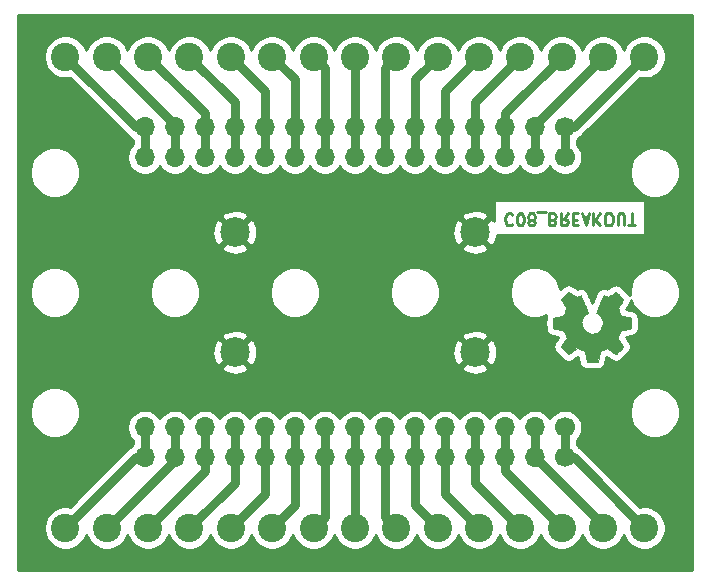
<source format=gbr>
G04 #@! TF.GenerationSoftware,KiCad,Pcbnew,5.1.5-52549c5~86~ubuntu18.04.1*
G04 #@! TF.CreationDate,2020-09-23T16:05:52-05:00*
G04 #@! TF.ProjectId,C08,4330382e-6b69-4636-9164-5f7063625858,rev?*
G04 #@! TF.SameCoordinates,Original*
G04 #@! TF.FileFunction,Copper,L2,Bot*
G04 #@! TF.FilePolarity,Positive*
%FSLAX46Y46*%
G04 Gerber Fmt 4.6, Leading zero omitted, Abs format (unit mm)*
G04 Created by KiCad (PCBNEW 5.1.5-52549c5~86~ubuntu18.04.1) date 2020-09-23 16:05:52*
%MOMM*%
%LPD*%
G04 APERTURE LIST*
%ADD10C,0.250000*%
%ADD11C,0.010000*%
%ADD12O,1.700000X1.700000*%
%ADD13C,1.700000*%
%ADD14C,2.400000*%
%ADD15C,2.499360*%
%ADD16C,0.750000*%
%ADD17C,0.254000*%
G04 APERTURE END LIST*
D10*
X62552866Y-37539657D02*
X62505247Y-37492038D01*
X62362390Y-37444419D01*
X62267152Y-37444419D01*
X62124295Y-37492038D01*
X62029057Y-37587276D01*
X61981438Y-37682514D01*
X61933819Y-37872990D01*
X61933819Y-38015847D01*
X61981438Y-38206323D01*
X62029057Y-38301561D01*
X62124295Y-38396800D01*
X62267152Y-38444419D01*
X62362390Y-38444419D01*
X62505247Y-38396800D01*
X62552866Y-38349180D01*
X63171914Y-38444419D02*
X63267152Y-38444419D01*
X63362390Y-38396800D01*
X63410009Y-38349180D01*
X63457628Y-38253942D01*
X63505247Y-38063466D01*
X63505247Y-37825371D01*
X63457628Y-37634895D01*
X63410009Y-37539657D01*
X63362390Y-37492038D01*
X63267152Y-37444419D01*
X63171914Y-37444419D01*
X63076676Y-37492038D01*
X63029057Y-37539657D01*
X62981438Y-37634895D01*
X62933819Y-37825371D01*
X62933819Y-38063466D01*
X62981438Y-38253942D01*
X63029057Y-38349180D01*
X63076676Y-38396800D01*
X63171914Y-38444419D01*
X64076676Y-38015847D02*
X63981438Y-38063466D01*
X63933819Y-38111085D01*
X63886200Y-38206323D01*
X63886200Y-38253942D01*
X63933819Y-38349180D01*
X63981438Y-38396800D01*
X64076676Y-38444419D01*
X64267152Y-38444419D01*
X64362390Y-38396800D01*
X64410009Y-38349180D01*
X64457628Y-38253942D01*
X64457628Y-38206323D01*
X64410009Y-38111085D01*
X64362390Y-38063466D01*
X64267152Y-38015847D01*
X64076676Y-38015847D01*
X63981438Y-37968228D01*
X63933819Y-37920609D01*
X63886200Y-37825371D01*
X63886200Y-37634895D01*
X63933819Y-37539657D01*
X63981438Y-37492038D01*
X64076676Y-37444419D01*
X64267152Y-37444419D01*
X64362390Y-37492038D01*
X64410009Y-37539657D01*
X64457628Y-37634895D01*
X64457628Y-37825371D01*
X64410009Y-37920609D01*
X64362390Y-37968228D01*
X64267152Y-38015847D01*
X64648104Y-37349180D02*
X65410009Y-37349180D01*
X65981438Y-37968228D02*
X66124295Y-37920609D01*
X66171914Y-37872990D01*
X66219533Y-37777752D01*
X66219533Y-37634895D01*
X66171914Y-37539657D01*
X66124295Y-37492038D01*
X66029057Y-37444419D01*
X65648104Y-37444419D01*
X65648104Y-38444419D01*
X65981438Y-38444419D01*
X66076676Y-38396800D01*
X66124295Y-38349180D01*
X66171914Y-38253942D01*
X66171914Y-38158704D01*
X66124295Y-38063466D01*
X66076676Y-38015847D01*
X65981438Y-37968228D01*
X65648104Y-37968228D01*
X67219533Y-37444419D02*
X66886200Y-37920609D01*
X66648104Y-37444419D02*
X66648104Y-38444419D01*
X67029057Y-38444419D01*
X67124295Y-38396800D01*
X67171914Y-38349180D01*
X67219533Y-38253942D01*
X67219533Y-38111085D01*
X67171914Y-38015847D01*
X67124295Y-37968228D01*
X67029057Y-37920609D01*
X66648104Y-37920609D01*
X67648104Y-37968228D02*
X67981438Y-37968228D01*
X68124295Y-37444419D02*
X67648104Y-37444419D01*
X67648104Y-38444419D01*
X68124295Y-38444419D01*
X68505247Y-37730133D02*
X68981438Y-37730133D01*
X68410009Y-37444419D02*
X68743342Y-38444419D01*
X69076676Y-37444419D01*
X69410009Y-37444419D02*
X69410009Y-38444419D01*
X69981438Y-37444419D02*
X69552866Y-38015847D01*
X69981438Y-38444419D02*
X69410009Y-37872990D01*
X70600485Y-38444419D02*
X70790961Y-38444419D01*
X70886200Y-38396800D01*
X70981438Y-38301561D01*
X71029057Y-38111085D01*
X71029057Y-37777752D01*
X70981438Y-37587276D01*
X70886200Y-37492038D01*
X70790961Y-37444419D01*
X70600485Y-37444419D01*
X70505247Y-37492038D01*
X70410009Y-37587276D01*
X70362390Y-37777752D01*
X70362390Y-38111085D01*
X70410009Y-38301561D01*
X70505247Y-38396800D01*
X70600485Y-38444419D01*
X71457628Y-38444419D02*
X71457628Y-37634895D01*
X71505247Y-37539657D01*
X71552866Y-37492038D01*
X71648104Y-37444419D01*
X71838580Y-37444419D01*
X71933819Y-37492038D01*
X71981438Y-37539657D01*
X72029057Y-37634895D01*
X72029057Y-38444419D01*
X72362390Y-38444419D02*
X72933819Y-38444419D01*
X72648104Y-37444419D02*
X72648104Y-38444419D01*
D11*
G36*
X69847014Y-49571869D02*
G01*
X69930835Y-49127245D01*
X70240120Y-48999747D01*
X70549406Y-48872249D01*
X70920446Y-49124554D01*
X71024357Y-49194804D01*
X71118287Y-49257528D01*
X71197852Y-49309862D01*
X71258670Y-49348943D01*
X71296357Y-49371907D01*
X71306621Y-49376858D01*
X71325110Y-49364124D01*
X71364620Y-49328918D01*
X71420722Y-49275738D01*
X71488987Y-49209082D01*
X71564986Y-49133446D01*
X71644292Y-49053328D01*
X71722475Y-48973226D01*
X71795107Y-48897636D01*
X71857759Y-48831055D01*
X71906003Y-48777982D01*
X71935410Y-48742913D01*
X71942441Y-48731177D01*
X71932323Y-48709540D01*
X71903959Y-48662138D01*
X71860329Y-48593607D01*
X71804418Y-48508585D01*
X71739206Y-48411707D01*
X71701419Y-48356450D01*
X71632543Y-48255552D01*
X71571340Y-48164501D01*
X71520778Y-48087830D01*
X71483828Y-48030072D01*
X71463458Y-47995757D01*
X71460397Y-47988546D01*
X71467336Y-47968052D01*
X71486251Y-47920287D01*
X71514287Y-47851968D01*
X71548591Y-47769811D01*
X71586309Y-47680530D01*
X71624587Y-47590842D01*
X71660570Y-47507462D01*
X71691406Y-47437106D01*
X71714239Y-47386490D01*
X71726217Y-47362329D01*
X71726924Y-47361378D01*
X71745731Y-47356764D01*
X71795818Y-47346472D01*
X71871993Y-47331513D01*
X71969065Y-47312899D01*
X72081843Y-47291641D01*
X72147642Y-47279382D01*
X72268150Y-47256438D01*
X72376997Y-47234605D01*
X72468676Y-47215078D01*
X72537681Y-47199052D01*
X72578504Y-47187721D01*
X72586711Y-47184126D01*
X72594748Y-47159794D01*
X72601233Y-47104841D01*
X72606170Y-47025692D01*
X72609564Y-46928774D01*
X72611418Y-46820513D01*
X72611738Y-46707335D01*
X72610527Y-46595665D01*
X72607790Y-46491932D01*
X72603531Y-46402559D01*
X72597755Y-46333974D01*
X72590467Y-46292603D01*
X72586095Y-46283990D01*
X72559964Y-46273667D01*
X72504593Y-46258908D01*
X72427307Y-46241448D01*
X72335430Y-46223020D01*
X72303358Y-46217059D01*
X72148724Y-46188734D01*
X72026575Y-46165924D01*
X71932873Y-46147720D01*
X71863584Y-46133217D01*
X71814671Y-46121508D01*
X71782097Y-46111685D01*
X71761828Y-46102844D01*
X71749826Y-46094076D01*
X71748147Y-46092343D01*
X71731384Y-46064429D01*
X71705814Y-46010105D01*
X71673988Y-45936023D01*
X71638460Y-45848835D01*
X71601783Y-45755192D01*
X71566511Y-45661748D01*
X71535196Y-45575153D01*
X71510393Y-45502060D01*
X71494654Y-45449122D01*
X71490532Y-45422989D01*
X71490876Y-45422074D01*
X71504841Y-45400714D01*
X71536522Y-45353716D01*
X71582591Y-45285973D01*
X71639718Y-45202377D01*
X71704573Y-45107818D01*
X71723043Y-45080946D01*
X71788899Y-44983525D01*
X71846850Y-44894637D01*
X71893738Y-44819388D01*
X71926407Y-44762880D01*
X71941700Y-44730219D01*
X71942441Y-44726207D01*
X71929592Y-44705116D01*
X71894088Y-44663336D01*
X71840493Y-44605355D01*
X71773371Y-44535665D01*
X71697287Y-44458755D01*
X71616804Y-44379117D01*
X71536487Y-44301239D01*
X71460899Y-44229614D01*
X71394605Y-44168730D01*
X71342169Y-44123079D01*
X71308155Y-44097150D01*
X71298745Y-44092917D01*
X71276843Y-44102888D01*
X71232000Y-44129780D01*
X71171521Y-44169064D01*
X71124989Y-44200683D01*
X71040675Y-44258702D01*
X70940826Y-44327016D01*
X70840673Y-44395221D01*
X70786827Y-44431725D01*
X70604571Y-44555000D01*
X70451581Y-44472280D01*
X70381882Y-44436041D01*
X70322614Y-44407874D01*
X70282511Y-44391809D01*
X70272303Y-44389574D01*
X70260029Y-44406078D01*
X70235813Y-44452718D01*
X70201463Y-44525191D01*
X70158788Y-44619194D01*
X70109594Y-44730426D01*
X70055690Y-44854585D01*
X69998884Y-44987368D01*
X69940982Y-45124473D01*
X69883793Y-45261598D01*
X69829124Y-45394442D01*
X69778784Y-45518702D01*
X69734580Y-45630075D01*
X69698319Y-45724261D01*
X69671809Y-45796956D01*
X69656858Y-45843859D01*
X69654454Y-45859967D01*
X69673511Y-45880514D01*
X69715236Y-45913867D01*
X69770906Y-45953098D01*
X69775578Y-45956201D01*
X69919464Y-46071377D01*
X70035483Y-46205747D01*
X70122630Y-46355016D01*
X70179899Y-46514887D01*
X70206286Y-46681063D01*
X70200785Y-46849248D01*
X70162390Y-47015145D01*
X70090095Y-47174458D01*
X70068826Y-47209313D01*
X69958196Y-47350063D01*
X69827502Y-47463086D01*
X69681264Y-47547797D01*
X69524008Y-47603606D01*
X69360257Y-47629926D01*
X69194533Y-47626170D01*
X69031362Y-47591750D01*
X68875265Y-47526077D01*
X68730767Y-47428565D01*
X68686069Y-47388987D01*
X68572312Y-47265097D01*
X68489418Y-47134676D01*
X68432556Y-46988485D01*
X68400887Y-46843712D01*
X68393069Y-46680940D01*
X68419138Y-46517360D01*
X68476445Y-46358502D01*
X68562344Y-46209894D01*
X68674186Y-46077065D01*
X68809323Y-45965544D01*
X68827083Y-45953789D01*
X68883350Y-45915292D01*
X68926123Y-45881937D01*
X68946572Y-45860640D01*
X68946869Y-45859967D01*
X68942479Y-45836929D01*
X68925076Y-45784643D01*
X68896468Y-45707410D01*
X68858465Y-45609532D01*
X68812874Y-45495309D01*
X68761503Y-45369042D01*
X68706162Y-45235033D01*
X68648658Y-45097582D01*
X68590801Y-44960992D01*
X68534398Y-44829563D01*
X68481258Y-44707595D01*
X68433190Y-44599391D01*
X68392001Y-44509251D01*
X68359501Y-44441477D01*
X68337497Y-44400370D01*
X68328636Y-44389574D01*
X68301560Y-44397981D01*
X68250897Y-44420528D01*
X68185383Y-44453187D01*
X68149359Y-44472280D01*
X67996368Y-44555000D01*
X67814112Y-44431725D01*
X67721075Y-44368572D01*
X67619215Y-44299073D01*
X67523762Y-44233635D01*
X67475950Y-44200683D01*
X67408705Y-44155527D01*
X67351764Y-44119743D01*
X67312554Y-44097862D01*
X67299819Y-44093237D01*
X67281283Y-44105715D01*
X67240259Y-44140548D01*
X67180725Y-44194122D01*
X67106658Y-44262817D01*
X67022035Y-44343019D01*
X66968515Y-44394514D01*
X66874881Y-44486514D01*
X66793959Y-44568801D01*
X66729023Y-44637855D01*
X66683342Y-44690156D01*
X66660189Y-44722184D01*
X66657968Y-44728684D01*
X66668276Y-44753406D01*
X66696761Y-44803395D01*
X66740263Y-44873588D01*
X66795623Y-44958925D01*
X66859680Y-45054344D01*
X66877897Y-45080946D01*
X66944273Y-45177633D01*
X67003822Y-45264683D01*
X67053216Y-45337205D01*
X67089125Y-45390307D01*
X67108219Y-45419097D01*
X67110064Y-45422074D01*
X67107305Y-45445018D01*
X67092662Y-45495464D01*
X67068687Y-45566759D01*
X67037934Y-45652253D01*
X67002956Y-45745293D01*
X66966307Y-45839226D01*
X66930539Y-45927401D01*
X66898206Y-46003166D01*
X66871862Y-46059869D01*
X66854058Y-46090857D01*
X66852793Y-46092343D01*
X66841906Y-46101199D01*
X66823518Y-46109957D01*
X66793594Y-46119523D01*
X66748097Y-46130804D01*
X66682991Y-46144707D01*
X66594239Y-46162137D01*
X66477807Y-46184002D01*
X66329658Y-46211209D01*
X66297582Y-46217059D01*
X66202514Y-46235426D01*
X66119635Y-46253395D01*
X66056270Y-46269231D01*
X66019742Y-46281200D01*
X66014844Y-46283990D01*
X66006773Y-46308728D01*
X66000213Y-46364010D01*
X65995167Y-46443411D01*
X65991641Y-46540504D01*
X65989639Y-46648862D01*
X65989164Y-46762060D01*
X65990223Y-46873672D01*
X65992818Y-46977271D01*
X65996954Y-47066432D01*
X66002637Y-47134728D01*
X66009869Y-47175734D01*
X66014229Y-47184126D01*
X66038502Y-47192592D01*
X66093774Y-47206365D01*
X66174538Y-47224250D01*
X66275288Y-47245052D01*
X66390517Y-47267577D01*
X66453298Y-47279382D01*
X66572413Y-47301649D01*
X66678635Y-47321821D01*
X66766773Y-47338885D01*
X66831634Y-47351831D01*
X66868026Y-47359645D01*
X66874016Y-47361378D01*
X66884139Y-47380910D01*
X66905538Y-47427957D01*
X66935361Y-47495797D01*
X66970755Y-47577709D01*
X67008868Y-47666972D01*
X67046847Y-47756865D01*
X67081840Y-47840665D01*
X67110994Y-47911653D01*
X67131457Y-47963106D01*
X67140377Y-47988303D01*
X67140543Y-47989404D01*
X67130431Y-48009281D01*
X67102083Y-48055023D01*
X67058477Y-48122083D01*
X67002594Y-48205916D01*
X66937413Y-48301974D01*
X66899521Y-48357150D01*
X66830475Y-48458319D01*
X66769150Y-48550170D01*
X66718537Y-48628056D01*
X66681629Y-48687331D01*
X66661418Y-48723349D01*
X66658499Y-48731423D01*
X66671047Y-48750216D01*
X66705737Y-48790343D01*
X66758137Y-48847307D01*
X66823816Y-48916615D01*
X66898344Y-48993769D01*
X66977287Y-49074275D01*
X67056217Y-49153637D01*
X67130700Y-49227360D01*
X67196306Y-49290948D01*
X67248604Y-49339906D01*
X67283161Y-49369739D01*
X67294722Y-49376858D01*
X67313546Y-49366847D01*
X67358569Y-49338722D01*
X67425413Y-49295346D01*
X67509701Y-49239582D01*
X67607056Y-49174294D01*
X67680493Y-49124554D01*
X68051533Y-48872249D01*
X68670105Y-49127245D01*
X68753925Y-49571869D01*
X68837746Y-50016493D01*
X69763194Y-50016493D01*
X69847014Y-49571869D01*
G37*
X69847014Y-49571869D02*
X69930835Y-49127245D01*
X70240120Y-48999747D01*
X70549406Y-48872249D01*
X70920446Y-49124554D01*
X71024357Y-49194804D01*
X71118287Y-49257528D01*
X71197852Y-49309862D01*
X71258670Y-49348943D01*
X71296357Y-49371907D01*
X71306621Y-49376858D01*
X71325110Y-49364124D01*
X71364620Y-49328918D01*
X71420722Y-49275738D01*
X71488987Y-49209082D01*
X71564986Y-49133446D01*
X71644292Y-49053328D01*
X71722475Y-48973226D01*
X71795107Y-48897636D01*
X71857759Y-48831055D01*
X71906003Y-48777982D01*
X71935410Y-48742913D01*
X71942441Y-48731177D01*
X71932323Y-48709540D01*
X71903959Y-48662138D01*
X71860329Y-48593607D01*
X71804418Y-48508585D01*
X71739206Y-48411707D01*
X71701419Y-48356450D01*
X71632543Y-48255552D01*
X71571340Y-48164501D01*
X71520778Y-48087830D01*
X71483828Y-48030072D01*
X71463458Y-47995757D01*
X71460397Y-47988546D01*
X71467336Y-47968052D01*
X71486251Y-47920287D01*
X71514287Y-47851968D01*
X71548591Y-47769811D01*
X71586309Y-47680530D01*
X71624587Y-47590842D01*
X71660570Y-47507462D01*
X71691406Y-47437106D01*
X71714239Y-47386490D01*
X71726217Y-47362329D01*
X71726924Y-47361378D01*
X71745731Y-47356764D01*
X71795818Y-47346472D01*
X71871993Y-47331513D01*
X71969065Y-47312899D01*
X72081843Y-47291641D01*
X72147642Y-47279382D01*
X72268150Y-47256438D01*
X72376997Y-47234605D01*
X72468676Y-47215078D01*
X72537681Y-47199052D01*
X72578504Y-47187721D01*
X72586711Y-47184126D01*
X72594748Y-47159794D01*
X72601233Y-47104841D01*
X72606170Y-47025692D01*
X72609564Y-46928774D01*
X72611418Y-46820513D01*
X72611738Y-46707335D01*
X72610527Y-46595665D01*
X72607790Y-46491932D01*
X72603531Y-46402559D01*
X72597755Y-46333974D01*
X72590467Y-46292603D01*
X72586095Y-46283990D01*
X72559964Y-46273667D01*
X72504593Y-46258908D01*
X72427307Y-46241448D01*
X72335430Y-46223020D01*
X72303358Y-46217059D01*
X72148724Y-46188734D01*
X72026575Y-46165924D01*
X71932873Y-46147720D01*
X71863584Y-46133217D01*
X71814671Y-46121508D01*
X71782097Y-46111685D01*
X71761828Y-46102844D01*
X71749826Y-46094076D01*
X71748147Y-46092343D01*
X71731384Y-46064429D01*
X71705814Y-46010105D01*
X71673988Y-45936023D01*
X71638460Y-45848835D01*
X71601783Y-45755192D01*
X71566511Y-45661748D01*
X71535196Y-45575153D01*
X71510393Y-45502060D01*
X71494654Y-45449122D01*
X71490532Y-45422989D01*
X71490876Y-45422074D01*
X71504841Y-45400714D01*
X71536522Y-45353716D01*
X71582591Y-45285973D01*
X71639718Y-45202377D01*
X71704573Y-45107818D01*
X71723043Y-45080946D01*
X71788899Y-44983525D01*
X71846850Y-44894637D01*
X71893738Y-44819388D01*
X71926407Y-44762880D01*
X71941700Y-44730219D01*
X71942441Y-44726207D01*
X71929592Y-44705116D01*
X71894088Y-44663336D01*
X71840493Y-44605355D01*
X71773371Y-44535665D01*
X71697287Y-44458755D01*
X71616804Y-44379117D01*
X71536487Y-44301239D01*
X71460899Y-44229614D01*
X71394605Y-44168730D01*
X71342169Y-44123079D01*
X71308155Y-44097150D01*
X71298745Y-44092917D01*
X71276843Y-44102888D01*
X71232000Y-44129780D01*
X71171521Y-44169064D01*
X71124989Y-44200683D01*
X71040675Y-44258702D01*
X70940826Y-44327016D01*
X70840673Y-44395221D01*
X70786827Y-44431725D01*
X70604571Y-44555000D01*
X70451581Y-44472280D01*
X70381882Y-44436041D01*
X70322614Y-44407874D01*
X70282511Y-44391809D01*
X70272303Y-44389574D01*
X70260029Y-44406078D01*
X70235813Y-44452718D01*
X70201463Y-44525191D01*
X70158788Y-44619194D01*
X70109594Y-44730426D01*
X70055690Y-44854585D01*
X69998884Y-44987368D01*
X69940982Y-45124473D01*
X69883793Y-45261598D01*
X69829124Y-45394442D01*
X69778784Y-45518702D01*
X69734580Y-45630075D01*
X69698319Y-45724261D01*
X69671809Y-45796956D01*
X69656858Y-45843859D01*
X69654454Y-45859967D01*
X69673511Y-45880514D01*
X69715236Y-45913867D01*
X69770906Y-45953098D01*
X69775578Y-45956201D01*
X69919464Y-46071377D01*
X70035483Y-46205747D01*
X70122630Y-46355016D01*
X70179899Y-46514887D01*
X70206286Y-46681063D01*
X70200785Y-46849248D01*
X70162390Y-47015145D01*
X70090095Y-47174458D01*
X70068826Y-47209313D01*
X69958196Y-47350063D01*
X69827502Y-47463086D01*
X69681264Y-47547797D01*
X69524008Y-47603606D01*
X69360257Y-47629926D01*
X69194533Y-47626170D01*
X69031362Y-47591750D01*
X68875265Y-47526077D01*
X68730767Y-47428565D01*
X68686069Y-47388987D01*
X68572312Y-47265097D01*
X68489418Y-47134676D01*
X68432556Y-46988485D01*
X68400887Y-46843712D01*
X68393069Y-46680940D01*
X68419138Y-46517360D01*
X68476445Y-46358502D01*
X68562344Y-46209894D01*
X68674186Y-46077065D01*
X68809323Y-45965544D01*
X68827083Y-45953789D01*
X68883350Y-45915292D01*
X68926123Y-45881937D01*
X68946572Y-45860640D01*
X68946869Y-45859967D01*
X68942479Y-45836929D01*
X68925076Y-45784643D01*
X68896468Y-45707410D01*
X68858465Y-45609532D01*
X68812874Y-45495309D01*
X68761503Y-45369042D01*
X68706162Y-45235033D01*
X68648658Y-45097582D01*
X68590801Y-44960992D01*
X68534398Y-44829563D01*
X68481258Y-44707595D01*
X68433190Y-44599391D01*
X68392001Y-44509251D01*
X68359501Y-44441477D01*
X68337497Y-44400370D01*
X68328636Y-44389574D01*
X68301560Y-44397981D01*
X68250897Y-44420528D01*
X68185383Y-44453187D01*
X68149359Y-44472280D01*
X67996368Y-44555000D01*
X67814112Y-44431725D01*
X67721075Y-44368572D01*
X67619215Y-44299073D01*
X67523762Y-44233635D01*
X67475950Y-44200683D01*
X67408705Y-44155527D01*
X67351764Y-44119743D01*
X67312554Y-44097862D01*
X67299819Y-44093237D01*
X67281283Y-44105715D01*
X67240259Y-44140548D01*
X67180725Y-44194122D01*
X67106658Y-44262817D01*
X67022035Y-44343019D01*
X66968515Y-44394514D01*
X66874881Y-44486514D01*
X66793959Y-44568801D01*
X66729023Y-44637855D01*
X66683342Y-44690156D01*
X66660189Y-44722184D01*
X66657968Y-44728684D01*
X66668276Y-44753406D01*
X66696761Y-44803395D01*
X66740263Y-44873588D01*
X66795623Y-44958925D01*
X66859680Y-45054344D01*
X66877897Y-45080946D01*
X66944273Y-45177633D01*
X67003822Y-45264683D01*
X67053216Y-45337205D01*
X67089125Y-45390307D01*
X67108219Y-45419097D01*
X67110064Y-45422074D01*
X67107305Y-45445018D01*
X67092662Y-45495464D01*
X67068687Y-45566759D01*
X67037934Y-45652253D01*
X67002956Y-45745293D01*
X66966307Y-45839226D01*
X66930539Y-45927401D01*
X66898206Y-46003166D01*
X66871862Y-46059869D01*
X66854058Y-46090857D01*
X66852793Y-46092343D01*
X66841906Y-46101199D01*
X66823518Y-46109957D01*
X66793594Y-46119523D01*
X66748097Y-46130804D01*
X66682991Y-46144707D01*
X66594239Y-46162137D01*
X66477807Y-46184002D01*
X66329658Y-46211209D01*
X66297582Y-46217059D01*
X66202514Y-46235426D01*
X66119635Y-46253395D01*
X66056270Y-46269231D01*
X66019742Y-46281200D01*
X66014844Y-46283990D01*
X66006773Y-46308728D01*
X66000213Y-46364010D01*
X65995167Y-46443411D01*
X65991641Y-46540504D01*
X65989639Y-46648862D01*
X65989164Y-46762060D01*
X65990223Y-46873672D01*
X65992818Y-46977271D01*
X65996954Y-47066432D01*
X66002637Y-47134728D01*
X66009869Y-47175734D01*
X66014229Y-47184126D01*
X66038502Y-47192592D01*
X66093774Y-47206365D01*
X66174538Y-47224250D01*
X66275288Y-47245052D01*
X66390517Y-47267577D01*
X66453298Y-47279382D01*
X66572413Y-47301649D01*
X66678635Y-47321821D01*
X66766773Y-47338885D01*
X66831634Y-47351831D01*
X66868026Y-47359645D01*
X66874016Y-47361378D01*
X66884139Y-47380910D01*
X66905538Y-47427957D01*
X66935361Y-47495797D01*
X66970755Y-47577709D01*
X67008868Y-47666972D01*
X67046847Y-47756865D01*
X67081840Y-47840665D01*
X67110994Y-47911653D01*
X67131457Y-47963106D01*
X67140377Y-47988303D01*
X67140543Y-47989404D01*
X67130431Y-48009281D01*
X67102083Y-48055023D01*
X67058477Y-48122083D01*
X67002594Y-48205916D01*
X66937413Y-48301974D01*
X66899521Y-48357150D01*
X66830475Y-48458319D01*
X66769150Y-48550170D01*
X66718537Y-48628056D01*
X66681629Y-48687331D01*
X66661418Y-48723349D01*
X66658499Y-48731423D01*
X66671047Y-48750216D01*
X66705737Y-48790343D01*
X66758137Y-48847307D01*
X66823816Y-48916615D01*
X66898344Y-48993769D01*
X66977287Y-49074275D01*
X67056217Y-49153637D01*
X67130700Y-49227360D01*
X67196306Y-49290948D01*
X67248604Y-49339906D01*
X67283161Y-49369739D01*
X67294722Y-49376858D01*
X67313546Y-49366847D01*
X67358569Y-49338722D01*
X67425413Y-49295346D01*
X67509701Y-49239582D01*
X67607056Y-49174294D01*
X67680493Y-49124554D01*
X68051533Y-48872249D01*
X68670105Y-49127245D01*
X68753925Y-49571869D01*
X68837746Y-50016493D01*
X69763194Y-50016493D01*
X69847014Y-49571869D01*
D12*
X31430000Y-55560000D03*
X33970000Y-55560000D03*
X36510000Y-55560000D03*
X39050000Y-55560000D03*
X41590000Y-55560000D03*
X44130000Y-55560000D03*
X46670000Y-55560000D03*
X49210000Y-55560000D03*
X51750000Y-55560000D03*
X54290000Y-55560000D03*
X56830000Y-55560000D03*
X59370000Y-55560000D03*
X61910000Y-55560000D03*
X64450000Y-55560000D03*
D13*
X66990000Y-55560000D03*
D12*
X31430000Y-32700000D03*
X33970000Y-32700000D03*
X36510000Y-32700000D03*
X39050000Y-32700000D03*
X41590000Y-32700000D03*
X44130000Y-32700000D03*
X46670000Y-32700000D03*
X49210000Y-32700000D03*
X51750000Y-32700000D03*
X54290000Y-32700000D03*
X56830000Y-32700000D03*
X59370000Y-32700000D03*
X61910000Y-32700000D03*
X64450000Y-32700000D03*
D13*
X66990000Y-32700000D03*
D14*
X73710000Y-64079200D03*
X70210000Y-64079200D03*
X66710000Y-64079200D03*
X63210000Y-64079200D03*
X59710000Y-64079200D03*
D12*
X31430000Y-58100000D03*
X33970000Y-58100000D03*
X36510000Y-58100000D03*
X39050000Y-58100000D03*
X41590000Y-58100000D03*
X44130000Y-58100000D03*
X46670000Y-58100000D03*
X49210000Y-58100000D03*
X51750000Y-58100000D03*
X54290000Y-58100000D03*
X56830000Y-58100000D03*
X59370000Y-58100000D03*
X61910000Y-58100000D03*
X64450000Y-58100000D03*
D13*
X66990000Y-58100000D03*
D12*
X31430000Y-30160000D03*
X33970000Y-30160000D03*
X36510000Y-30160000D03*
X39050000Y-30160000D03*
X41590000Y-30160000D03*
X44130000Y-30160000D03*
X46670000Y-30160000D03*
X49210000Y-30160000D03*
X51750000Y-30160000D03*
X54290000Y-30160000D03*
X56830000Y-30160000D03*
X59370000Y-30160000D03*
X61910000Y-30160000D03*
X64450000Y-30160000D03*
D13*
X66990000Y-30160000D03*
D14*
X59710000Y-24180800D03*
X63210000Y-24180800D03*
X66710000Y-24180800D03*
X70210000Y-24180800D03*
X73710000Y-24180800D03*
X56210000Y-64079200D03*
X52710000Y-64079200D03*
X49210000Y-64079200D03*
X45710000Y-64079200D03*
X42210000Y-64079200D03*
X38710000Y-64079200D03*
X35210000Y-64079200D03*
X31710000Y-64079200D03*
X28210000Y-64079200D03*
X24710000Y-64079200D03*
X56210000Y-24180800D03*
X52710000Y-24180800D03*
X49210000Y-24180800D03*
X45710000Y-24180800D03*
X42210000Y-24180800D03*
X38710000Y-24180800D03*
X35210000Y-24180800D03*
X31710000Y-24180800D03*
X28210000Y-24180800D03*
X24710000Y-24180800D03*
D15*
X59370000Y-49210000D03*
X59370000Y-39050000D03*
X39050000Y-39050000D03*
X39050000Y-49210000D03*
D16*
X54290000Y-30160000D02*
X54290000Y-32700000D01*
X54290000Y-26100800D02*
X56210000Y-24180800D01*
X54290000Y-30160000D02*
X54290000Y-26100800D01*
X51750000Y-30160000D02*
X51750000Y-32700000D01*
X51750000Y-25140800D02*
X52710000Y-24180800D01*
X51750000Y-30160000D02*
X51750000Y-25140800D01*
X49210000Y-30160000D02*
X49210000Y-32700000D01*
X49210000Y-30160000D02*
X49210000Y-24180800D01*
X46670000Y-32700000D02*
X46670000Y-30160000D01*
X46670000Y-25140800D02*
X45710000Y-24180800D01*
X46670000Y-30160000D02*
X46670000Y-25140800D01*
X44130000Y-30160000D02*
X44130000Y-32700000D01*
X44130000Y-26100800D02*
X42210000Y-24180800D01*
X44130000Y-30160000D02*
X44130000Y-26100800D01*
X41590000Y-30160000D02*
X41590000Y-32700000D01*
X41590000Y-27060800D02*
X38710000Y-24180800D01*
X41590000Y-30160000D02*
X41590000Y-27060800D01*
X39050000Y-30160000D02*
X39050000Y-32700000D01*
X39050000Y-28020800D02*
X35210000Y-24180800D01*
X39050000Y-30160000D02*
X39050000Y-28020800D01*
X36510000Y-32700000D02*
X36510000Y-30160000D01*
X36510000Y-28980800D02*
X36510000Y-30160000D01*
X31710000Y-24180800D02*
X36510000Y-28980800D01*
X33970000Y-30160000D02*
X33970000Y-32700000D01*
X33970000Y-29940800D02*
X33970000Y-30160000D01*
X28210000Y-24180800D02*
X33970000Y-29940800D01*
X31430000Y-30160000D02*
X31430000Y-32700000D01*
X30689200Y-30160000D02*
X31430000Y-30160000D01*
X24710000Y-24180800D02*
X30689200Y-30160000D01*
X56830000Y-30160000D02*
X56830000Y-32700000D01*
X56830000Y-27060800D02*
X59710000Y-24180800D01*
X56830000Y-30160000D02*
X56830000Y-27060800D01*
X59370000Y-30160000D02*
X59370000Y-32700000D01*
X59370000Y-28020800D02*
X63210000Y-24180800D01*
X59370000Y-30160000D02*
X59370000Y-28020800D01*
X61910000Y-32700000D02*
X61910000Y-30160000D01*
X61910000Y-28980800D02*
X61910000Y-30160000D01*
X66710000Y-24180800D02*
X61910000Y-28980800D01*
X64450000Y-32700000D02*
X64450000Y-30160000D01*
X64450000Y-29940800D02*
X64450000Y-30160000D01*
X70210000Y-24180800D02*
X64450000Y-29940800D01*
X66990000Y-32700000D02*
X66990000Y-30160000D01*
X67730800Y-30160000D02*
X66990000Y-30160000D01*
X73710000Y-24180800D02*
X67730800Y-30160000D01*
X54290000Y-58100000D02*
X54290000Y-55560000D01*
X54290000Y-62159200D02*
X56210000Y-64079200D01*
X54290000Y-58100000D02*
X54290000Y-62159200D01*
X51750000Y-55560000D02*
X51750000Y-58100000D01*
X51750000Y-63119200D02*
X52710000Y-64079200D01*
X51750000Y-58100000D02*
X51750000Y-63119200D01*
X49210000Y-55560000D02*
X49210000Y-58100000D01*
X49210000Y-58100000D02*
X49210000Y-64079200D01*
X46670000Y-55560000D02*
X46670000Y-58100000D01*
X46670000Y-63119200D02*
X45710000Y-64079200D01*
X46670000Y-58100000D02*
X46670000Y-63119200D01*
X44130000Y-55560000D02*
X44130000Y-58100000D01*
X44130000Y-62159200D02*
X42210000Y-64079200D01*
X44130000Y-58100000D02*
X44130000Y-62159200D01*
X41590000Y-55560000D02*
X41590000Y-58100000D01*
X41590000Y-61199200D02*
X41590000Y-58100000D01*
X38710000Y-64079200D02*
X41590000Y-61199200D01*
X39050000Y-55560000D02*
X39050000Y-58100000D01*
X39050000Y-60239200D02*
X35210000Y-64079200D01*
X39050000Y-58100000D02*
X39050000Y-60239200D01*
X36510000Y-55560000D02*
X36510000Y-58100000D01*
X36510000Y-59279200D02*
X36510000Y-58100000D01*
X31710000Y-64079200D02*
X36510000Y-59279200D01*
X33970000Y-55560000D02*
X33970000Y-58100000D01*
X33970000Y-58319200D02*
X33970000Y-58100000D01*
X28210000Y-64079200D02*
X33970000Y-58319200D01*
X31430000Y-55560000D02*
X31430000Y-58100000D01*
X30689200Y-58100000D02*
X31430000Y-58100000D01*
X24710000Y-64079200D02*
X30689200Y-58100000D01*
X66990000Y-55560000D02*
X66990000Y-58100000D01*
X67730800Y-58100000D02*
X66990000Y-58100000D01*
X73710000Y-64079200D02*
X67730800Y-58100000D01*
X64450000Y-55560000D02*
X64450000Y-58100000D01*
X70210000Y-63860000D02*
X70210000Y-64079200D01*
X64450000Y-58100000D02*
X70210000Y-63860000D01*
X61910000Y-55560000D02*
X61910000Y-58100000D01*
X61910000Y-59279200D02*
X61910000Y-58100000D01*
X66710000Y-64079200D02*
X61910000Y-59279200D01*
X59370000Y-58100000D02*
X59370000Y-55560000D01*
X59370000Y-60239200D02*
X63210000Y-64079200D01*
X59370000Y-58100000D02*
X59370000Y-60239200D01*
X56830000Y-55560000D02*
X56830000Y-58100000D01*
X56830000Y-61199200D02*
X59710000Y-64079200D01*
X56830000Y-58100000D02*
X56830000Y-61199200D01*
D17*
G36*
X77760001Y-67600000D02*
G01*
X20726400Y-67600000D01*
X20726400Y-63898468D01*
X22875000Y-63898468D01*
X22875000Y-64259932D01*
X22945518Y-64614450D01*
X23083844Y-64948399D01*
X23284662Y-65248944D01*
X23540256Y-65504538D01*
X23840801Y-65705356D01*
X24174750Y-65843682D01*
X24529268Y-65914200D01*
X24890732Y-65914200D01*
X25245250Y-65843682D01*
X25579199Y-65705356D01*
X25879744Y-65504538D01*
X26135338Y-65248944D01*
X26336156Y-64948399D01*
X26460000Y-64649413D01*
X26583844Y-64948399D01*
X26784662Y-65248944D01*
X27040256Y-65504538D01*
X27340801Y-65705356D01*
X27674750Y-65843682D01*
X28029268Y-65914200D01*
X28390732Y-65914200D01*
X28745250Y-65843682D01*
X29079199Y-65705356D01*
X29379744Y-65504538D01*
X29635338Y-65248944D01*
X29836156Y-64948399D01*
X29960000Y-64649413D01*
X30083844Y-64948399D01*
X30284662Y-65248944D01*
X30540256Y-65504538D01*
X30840801Y-65705356D01*
X31174750Y-65843682D01*
X31529268Y-65914200D01*
X31890732Y-65914200D01*
X32245250Y-65843682D01*
X32579199Y-65705356D01*
X32879744Y-65504538D01*
X33135338Y-65248944D01*
X33336156Y-64948399D01*
X33460000Y-64649413D01*
X33583844Y-64948399D01*
X33784662Y-65248944D01*
X34040256Y-65504538D01*
X34340801Y-65705356D01*
X34674750Y-65843682D01*
X35029268Y-65914200D01*
X35390732Y-65914200D01*
X35745250Y-65843682D01*
X36079199Y-65705356D01*
X36379744Y-65504538D01*
X36635338Y-65248944D01*
X36836156Y-64948399D01*
X36960000Y-64649413D01*
X37083844Y-64948399D01*
X37284662Y-65248944D01*
X37540256Y-65504538D01*
X37840801Y-65705356D01*
X38174750Y-65843682D01*
X38529268Y-65914200D01*
X38890732Y-65914200D01*
X39245250Y-65843682D01*
X39579199Y-65705356D01*
X39879744Y-65504538D01*
X40135338Y-65248944D01*
X40336156Y-64948399D01*
X40460000Y-64649413D01*
X40583844Y-64948399D01*
X40784662Y-65248944D01*
X41040256Y-65504538D01*
X41340801Y-65705356D01*
X41674750Y-65843682D01*
X42029268Y-65914200D01*
X42390732Y-65914200D01*
X42745250Y-65843682D01*
X43079199Y-65705356D01*
X43379744Y-65504538D01*
X43635338Y-65248944D01*
X43836156Y-64948399D01*
X43960000Y-64649413D01*
X44083844Y-64948399D01*
X44284662Y-65248944D01*
X44540256Y-65504538D01*
X44840801Y-65705356D01*
X45174750Y-65843682D01*
X45529268Y-65914200D01*
X45890732Y-65914200D01*
X46245250Y-65843682D01*
X46579199Y-65705356D01*
X46879744Y-65504538D01*
X47135338Y-65248944D01*
X47336156Y-64948399D01*
X47460000Y-64649413D01*
X47583844Y-64948399D01*
X47784662Y-65248944D01*
X48040256Y-65504538D01*
X48340801Y-65705356D01*
X48674750Y-65843682D01*
X49029268Y-65914200D01*
X49390732Y-65914200D01*
X49745250Y-65843682D01*
X50079199Y-65705356D01*
X50379744Y-65504538D01*
X50635338Y-65248944D01*
X50836156Y-64948399D01*
X50960000Y-64649413D01*
X51083844Y-64948399D01*
X51284662Y-65248944D01*
X51540256Y-65504538D01*
X51840801Y-65705356D01*
X52174750Y-65843682D01*
X52529268Y-65914200D01*
X52890732Y-65914200D01*
X53245250Y-65843682D01*
X53579199Y-65705356D01*
X53879744Y-65504538D01*
X54135338Y-65248944D01*
X54336156Y-64948399D01*
X54460000Y-64649413D01*
X54583844Y-64948399D01*
X54784662Y-65248944D01*
X55040256Y-65504538D01*
X55340801Y-65705356D01*
X55674750Y-65843682D01*
X56029268Y-65914200D01*
X56390732Y-65914200D01*
X56745250Y-65843682D01*
X57079199Y-65705356D01*
X57379744Y-65504538D01*
X57635338Y-65248944D01*
X57836156Y-64948399D01*
X57960000Y-64649413D01*
X58083844Y-64948399D01*
X58284662Y-65248944D01*
X58540256Y-65504538D01*
X58840801Y-65705356D01*
X59174750Y-65843682D01*
X59529268Y-65914200D01*
X59890732Y-65914200D01*
X60245250Y-65843682D01*
X60579199Y-65705356D01*
X60879744Y-65504538D01*
X61135338Y-65248944D01*
X61336156Y-64948399D01*
X61460000Y-64649413D01*
X61583844Y-64948399D01*
X61784662Y-65248944D01*
X62040256Y-65504538D01*
X62340801Y-65705356D01*
X62674750Y-65843682D01*
X63029268Y-65914200D01*
X63390732Y-65914200D01*
X63745250Y-65843682D01*
X64079199Y-65705356D01*
X64379744Y-65504538D01*
X64635338Y-65248944D01*
X64836156Y-64948399D01*
X64960000Y-64649413D01*
X65083844Y-64948399D01*
X65284662Y-65248944D01*
X65540256Y-65504538D01*
X65840801Y-65705356D01*
X66174750Y-65843682D01*
X66529268Y-65914200D01*
X66890732Y-65914200D01*
X67245250Y-65843682D01*
X67579199Y-65705356D01*
X67879744Y-65504538D01*
X68135338Y-65248944D01*
X68336156Y-64948399D01*
X68460000Y-64649413D01*
X68583844Y-64948399D01*
X68784662Y-65248944D01*
X69040256Y-65504538D01*
X69340801Y-65705356D01*
X69674750Y-65843682D01*
X70029268Y-65914200D01*
X70390732Y-65914200D01*
X70745250Y-65843682D01*
X71079199Y-65705356D01*
X71379744Y-65504538D01*
X71635338Y-65248944D01*
X71836156Y-64948399D01*
X71960000Y-64649413D01*
X72083844Y-64948399D01*
X72284662Y-65248944D01*
X72540256Y-65504538D01*
X72840801Y-65705356D01*
X73174750Y-65843682D01*
X73529268Y-65914200D01*
X73890732Y-65914200D01*
X74245250Y-65843682D01*
X74579199Y-65705356D01*
X74879744Y-65504538D01*
X75135338Y-65248944D01*
X75336156Y-64948399D01*
X75474482Y-64614450D01*
X75545000Y-64259932D01*
X75545000Y-63898468D01*
X75474482Y-63543950D01*
X75336156Y-63210001D01*
X75135338Y-62909456D01*
X74879744Y-62653862D01*
X74579199Y-62453044D01*
X74245250Y-62314718D01*
X73890732Y-62244200D01*
X73529268Y-62244200D01*
X73340837Y-62281681D01*
X68480061Y-57420906D01*
X68448433Y-57382367D01*
X68294640Y-57256153D01*
X68166327Y-57187569D01*
X68143475Y-57153368D01*
X68000000Y-57009893D01*
X68000000Y-56650107D01*
X68143475Y-56506632D01*
X68305990Y-56263411D01*
X68417932Y-55993158D01*
X68475000Y-55706260D01*
X68475000Y-55413740D01*
X68417932Y-55126842D01*
X68305990Y-54856589D01*
X68143475Y-54613368D01*
X67936632Y-54406525D01*
X67693411Y-54244010D01*
X67423158Y-54132068D01*
X67159994Y-54079721D01*
X72475000Y-54079721D01*
X72475000Y-54500279D01*
X72557047Y-54912756D01*
X72717988Y-55301302D01*
X72951637Y-55650983D01*
X73249017Y-55948363D01*
X73598698Y-56182012D01*
X73987244Y-56342953D01*
X74399721Y-56425000D01*
X74820279Y-56425000D01*
X75232756Y-56342953D01*
X75621302Y-56182012D01*
X75970983Y-55948363D01*
X76268363Y-55650983D01*
X76502012Y-55301302D01*
X76662953Y-54912756D01*
X76745000Y-54500279D01*
X76745000Y-54079721D01*
X76662953Y-53667244D01*
X76502012Y-53278698D01*
X76268363Y-52929017D01*
X75970983Y-52631637D01*
X75621302Y-52397988D01*
X75232756Y-52237047D01*
X74820279Y-52155000D01*
X74399721Y-52155000D01*
X73987244Y-52237047D01*
X73598698Y-52397988D01*
X73249017Y-52631637D01*
X72951637Y-52929017D01*
X72717988Y-53278698D01*
X72557047Y-53667244D01*
X72475000Y-54079721D01*
X67159994Y-54079721D01*
X67136260Y-54075000D01*
X66843740Y-54075000D01*
X66556842Y-54132068D01*
X66286589Y-54244010D01*
X66043368Y-54406525D01*
X65836525Y-54613368D01*
X65720000Y-54787760D01*
X65603475Y-54613368D01*
X65396632Y-54406525D01*
X65153411Y-54244010D01*
X64883158Y-54132068D01*
X64596260Y-54075000D01*
X64303740Y-54075000D01*
X64016842Y-54132068D01*
X63746589Y-54244010D01*
X63503368Y-54406525D01*
X63296525Y-54613368D01*
X63180000Y-54787760D01*
X63063475Y-54613368D01*
X62856632Y-54406525D01*
X62613411Y-54244010D01*
X62343158Y-54132068D01*
X62056260Y-54075000D01*
X61763740Y-54075000D01*
X61476842Y-54132068D01*
X61206589Y-54244010D01*
X60963368Y-54406525D01*
X60756525Y-54613368D01*
X60640000Y-54787760D01*
X60523475Y-54613368D01*
X60316632Y-54406525D01*
X60073411Y-54244010D01*
X59803158Y-54132068D01*
X59516260Y-54075000D01*
X59223740Y-54075000D01*
X58936842Y-54132068D01*
X58666589Y-54244010D01*
X58423368Y-54406525D01*
X58216525Y-54613368D01*
X58100000Y-54787760D01*
X57983475Y-54613368D01*
X57776632Y-54406525D01*
X57533411Y-54244010D01*
X57263158Y-54132068D01*
X56976260Y-54075000D01*
X56683740Y-54075000D01*
X56396842Y-54132068D01*
X56126589Y-54244010D01*
X55883368Y-54406525D01*
X55676525Y-54613368D01*
X55560000Y-54787760D01*
X55443475Y-54613368D01*
X55236632Y-54406525D01*
X54993411Y-54244010D01*
X54723158Y-54132068D01*
X54436260Y-54075000D01*
X54143740Y-54075000D01*
X53856842Y-54132068D01*
X53586589Y-54244010D01*
X53343368Y-54406525D01*
X53136525Y-54613368D01*
X53020000Y-54787760D01*
X52903475Y-54613368D01*
X52696632Y-54406525D01*
X52453411Y-54244010D01*
X52183158Y-54132068D01*
X51896260Y-54075000D01*
X51603740Y-54075000D01*
X51316842Y-54132068D01*
X51046589Y-54244010D01*
X50803368Y-54406525D01*
X50596525Y-54613368D01*
X50480000Y-54787760D01*
X50363475Y-54613368D01*
X50156632Y-54406525D01*
X49913411Y-54244010D01*
X49643158Y-54132068D01*
X49356260Y-54075000D01*
X49063740Y-54075000D01*
X48776842Y-54132068D01*
X48506589Y-54244010D01*
X48263368Y-54406525D01*
X48056525Y-54613368D01*
X47940000Y-54787760D01*
X47823475Y-54613368D01*
X47616632Y-54406525D01*
X47373411Y-54244010D01*
X47103158Y-54132068D01*
X46816260Y-54075000D01*
X46523740Y-54075000D01*
X46236842Y-54132068D01*
X45966589Y-54244010D01*
X45723368Y-54406525D01*
X45516525Y-54613368D01*
X45400000Y-54787760D01*
X45283475Y-54613368D01*
X45076632Y-54406525D01*
X44833411Y-54244010D01*
X44563158Y-54132068D01*
X44276260Y-54075000D01*
X43983740Y-54075000D01*
X43696842Y-54132068D01*
X43426589Y-54244010D01*
X43183368Y-54406525D01*
X42976525Y-54613368D01*
X42860000Y-54787760D01*
X42743475Y-54613368D01*
X42536632Y-54406525D01*
X42293411Y-54244010D01*
X42023158Y-54132068D01*
X41736260Y-54075000D01*
X41443740Y-54075000D01*
X41156842Y-54132068D01*
X40886589Y-54244010D01*
X40643368Y-54406525D01*
X40436525Y-54613368D01*
X40320000Y-54787760D01*
X40203475Y-54613368D01*
X39996632Y-54406525D01*
X39753411Y-54244010D01*
X39483158Y-54132068D01*
X39196260Y-54075000D01*
X38903740Y-54075000D01*
X38616842Y-54132068D01*
X38346589Y-54244010D01*
X38103368Y-54406525D01*
X37896525Y-54613368D01*
X37780000Y-54787760D01*
X37663475Y-54613368D01*
X37456632Y-54406525D01*
X37213411Y-54244010D01*
X36943158Y-54132068D01*
X36656260Y-54075000D01*
X36363740Y-54075000D01*
X36076842Y-54132068D01*
X35806589Y-54244010D01*
X35563368Y-54406525D01*
X35356525Y-54613368D01*
X35240000Y-54787760D01*
X35123475Y-54613368D01*
X34916632Y-54406525D01*
X34673411Y-54244010D01*
X34403158Y-54132068D01*
X34116260Y-54075000D01*
X33823740Y-54075000D01*
X33536842Y-54132068D01*
X33266589Y-54244010D01*
X33023368Y-54406525D01*
X32816525Y-54613368D01*
X32700000Y-54787760D01*
X32583475Y-54613368D01*
X32376632Y-54406525D01*
X32133411Y-54244010D01*
X31863158Y-54132068D01*
X31576260Y-54075000D01*
X31283740Y-54075000D01*
X30996842Y-54132068D01*
X30726589Y-54244010D01*
X30483368Y-54406525D01*
X30276525Y-54613368D01*
X30114010Y-54856589D01*
X30002068Y-55126842D01*
X29945000Y-55413740D01*
X29945000Y-55706260D01*
X30002068Y-55993158D01*
X30114010Y-56263411D01*
X30276525Y-56506632D01*
X30420000Y-56650107D01*
X30420001Y-57009892D01*
X30276525Y-57153368D01*
X30253673Y-57187569D01*
X30125360Y-57256153D01*
X29971567Y-57382367D01*
X29939944Y-57420900D01*
X25079163Y-62281681D01*
X24890732Y-62244200D01*
X24529268Y-62244200D01*
X24174750Y-62314718D01*
X23840801Y-62453044D01*
X23540256Y-62653862D01*
X23284662Y-62909456D01*
X23083844Y-63210001D01*
X22945518Y-63543950D01*
X22875000Y-63898468D01*
X20726400Y-63898468D01*
X20726400Y-54079721D01*
X21675000Y-54079721D01*
X21675000Y-54500279D01*
X21757047Y-54912756D01*
X21917988Y-55301302D01*
X22151637Y-55650983D01*
X22449017Y-55948363D01*
X22798698Y-56182012D01*
X23187244Y-56342953D01*
X23599721Y-56425000D01*
X24020279Y-56425000D01*
X24432756Y-56342953D01*
X24821302Y-56182012D01*
X25170983Y-55948363D01*
X25468363Y-55650983D01*
X25702012Y-55301302D01*
X25862953Y-54912756D01*
X25945000Y-54500279D01*
X25945000Y-54079721D01*
X25862953Y-53667244D01*
X25702012Y-53278698D01*
X25468363Y-52929017D01*
X25170983Y-52631637D01*
X24821302Y-52397988D01*
X24432756Y-52237047D01*
X24020279Y-52155000D01*
X23599721Y-52155000D01*
X23187244Y-52237047D01*
X22798698Y-52397988D01*
X22449017Y-52631637D01*
X22151637Y-52929017D01*
X21917988Y-53278698D01*
X21757047Y-53667244D01*
X21675000Y-54079721D01*
X20726400Y-54079721D01*
X20726400Y-50523377D01*
X37916229Y-50523377D01*
X38042104Y-50813315D01*
X38374262Y-50979139D01*
X38732387Y-51076975D01*
X39102719Y-51103065D01*
X39471025Y-51056405D01*
X39823151Y-50938789D01*
X40057896Y-50813315D01*
X40183771Y-50523377D01*
X58236229Y-50523377D01*
X58362104Y-50813315D01*
X58694262Y-50979139D01*
X59052387Y-51076975D01*
X59422719Y-51103065D01*
X59791025Y-51056405D01*
X60143151Y-50938789D01*
X60377896Y-50813315D01*
X60503771Y-50523377D01*
X59370000Y-49389605D01*
X58236229Y-50523377D01*
X40183771Y-50523377D01*
X39050000Y-49389605D01*
X37916229Y-50523377D01*
X20726400Y-50523377D01*
X20726400Y-49262719D01*
X37156935Y-49262719D01*
X37203595Y-49631025D01*
X37321211Y-49983151D01*
X37446685Y-50217896D01*
X37736623Y-50343771D01*
X38870395Y-49210000D01*
X39229605Y-49210000D01*
X40363377Y-50343771D01*
X40653315Y-50217896D01*
X40819139Y-49885738D01*
X40916975Y-49527613D01*
X40935636Y-49262719D01*
X57476935Y-49262719D01*
X57523595Y-49631025D01*
X57641211Y-49983151D01*
X57766685Y-50217896D01*
X58056623Y-50343771D01*
X59190395Y-49210000D01*
X59549605Y-49210000D01*
X60683377Y-50343771D01*
X60973315Y-50217896D01*
X61139139Y-49885738D01*
X61236975Y-49527613D01*
X61263065Y-49157281D01*
X61216405Y-48788975D01*
X61098789Y-48436849D01*
X60973315Y-48202104D01*
X60683377Y-48076229D01*
X59549605Y-49210000D01*
X59190395Y-49210000D01*
X58056623Y-48076229D01*
X57766685Y-48202104D01*
X57600861Y-48534262D01*
X57503025Y-48892387D01*
X57476935Y-49262719D01*
X40935636Y-49262719D01*
X40943065Y-49157281D01*
X40896405Y-48788975D01*
X40778789Y-48436849D01*
X40653315Y-48202104D01*
X40363377Y-48076229D01*
X39229605Y-49210000D01*
X38870395Y-49210000D01*
X37736623Y-48076229D01*
X37446685Y-48202104D01*
X37280861Y-48534262D01*
X37183025Y-48892387D01*
X37156935Y-49262719D01*
X20726400Y-49262719D01*
X20726400Y-47896623D01*
X37916229Y-47896623D01*
X39050000Y-49030395D01*
X40183771Y-47896623D01*
X58236229Y-47896623D01*
X59370000Y-49030395D01*
X60503771Y-47896623D01*
X60377896Y-47606685D01*
X60045738Y-47440861D01*
X59687613Y-47343025D01*
X59317281Y-47316935D01*
X58948975Y-47363595D01*
X58596849Y-47481211D01*
X58362104Y-47606685D01*
X58236229Y-47896623D01*
X40183771Y-47896623D01*
X40057896Y-47606685D01*
X39725738Y-47440861D01*
X39367613Y-47343025D01*
X38997281Y-47316935D01*
X38628975Y-47363595D01*
X38276849Y-47481211D01*
X38042104Y-47606685D01*
X37916229Y-47896623D01*
X20726400Y-47896623D01*
X20726400Y-43919721D01*
X21675000Y-43919721D01*
X21675000Y-44340279D01*
X21757047Y-44752756D01*
X21917988Y-45141302D01*
X22151637Y-45490983D01*
X22449017Y-45788363D01*
X22798698Y-46022012D01*
X23187244Y-46182953D01*
X23599721Y-46265000D01*
X24020279Y-46265000D01*
X24432756Y-46182953D01*
X24821302Y-46022012D01*
X25170983Y-45788363D01*
X25468363Y-45490983D01*
X25702012Y-45141302D01*
X25862953Y-44752756D01*
X25945000Y-44340279D01*
X25945000Y-43919721D01*
X31835000Y-43919721D01*
X31835000Y-44340279D01*
X31917047Y-44752756D01*
X32077988Y-45141302D01*
X32311637Y-45490983D01*
X32609017Y-45788363D01*
X32958698Y-46022012D01*
X33347244Y-46182953D01*
X33759721Y-46265000D01*
X34180279Y-46265000D01*
X34592756Y-46182953D01*
X34981302Y-46022012D01*
X35330983Y-45788363D01*
X35628363Y-45490983D01*
X35862012Y-45141302D01*
X36022953Y-44752756D01*
X36105000Y-44340279D01*
X36105000Y-43919721D01*
X41995000Y-43919721D01*
X41995000Y-44340279D01*
X42077047Y-44752756D01*
X42237988Y-45141302D01*
X42471637Y-45490983D01*
X42769017Y-45788363D01*
X43118698Y-46022012D01*
X43507244Y-46182953D01*
X43919721Y-46265000D01*
X44340279Y-46265000D01*
X44752756Y-46182953D01*
X45141302Y-46022012D01*
X45490983Y-45788363D01*
X45788363Y-45490983D01*
X46022012Y-45141302D01*
X46182953Y-44752756D01*
X46265000Y-44340279D01*
X46265000Y-43919721D01*
X52155000Y-43919721D01*
X52155000Y-44340279D01*
X52237047Y-44752756D01*
X52397988Y-45141302D01*
X52631637Y-45490983D01*
X52929017Y-45788363D01*
X53278698Y-46022012D01*
X53667244Y-46182953D01*
X54079721Y-46265000D01*
X54500279Y-46265000D01*
X54912756Y-46182953D01*
X55301302Y-46022012D01*
X55650983Y-45788363D01*
X55948363Y-45490983D01*
X56182012Y-45141302D01*
X56342953Y-44752756D01*
X56425000Y-44340279D01*
X56425000Y-43919721D01*
X62315000Y-43919721D01*
X62315000Y-44340279D01*
X62397047Y-44752756D01*
X62557988Y-45141302D01*
X62791637Y-45490983D01*
X63089017Y-45788363D01*
X63438698Y-46022012D01*
X63827244Y-46182953D01*
X64239721Y-46265000D01*
X64660279Y-46265000D01*
X65072756Y-46182953D01*
X65427884Y-46035854D01*
X65427424Y-46037045D01*
X65409238Y-46077006D01*
X65406408Y-46085482D01*
X65398337Y-46110220D01*
X65385697Y-46167382D01*
X65372347Y-46224445D01*
X65371383Y-46232113D01*
X65371368Y-46232180D01*
X65371367Y-46232241D01*
X65371232Y-46233312D01*
X65364672Y-46288594D01*
X65364406Y-46301645D01*
X65362130Y-46314505D01*
X65361501Y-46323420D01*
X65356455Y-46402820D01*
X65356600Y-46407061D01*
X65355975Y-46411256D01*
X65355589Y-46420184D01*
X65352063Y-46517277D01*
X65352139Y-46518512D01*
X65351977Y-46519749D01*
X65351750Y-46528682D01*
X65349748Y-46637040D01*
X65349756Y-46637139D01*
X65349744Y-46637241D01*
X65349645Y-46646176D01*
X65349171Y-46759188D01*
X65349170Y-46759196D01*
X65349193Y-46768132D01*
X65350252Y-46879744D01*
X65350307Y-46880251D01*
X65350262Y-46880763D01*
X65350424Y-46889698D01*
X65353019Y-46993297D01*
X65353308Y-46995636D01*
X65353153Y-46997998D01*
X65353505Y-47006927D01*
X65357641Y-47096089D01*
X65358688Y-47103305D01*
X65358479Y-47110593D01*
X65359158Y-47119504D01*
X65364841Y-47187800D01*
X65369311Y-47212259D01*
X65370873Y-47237075D01*
X65372364Y-47245886D01*
X65379596Y-47286892D01*
X65387793Y-47316247D01*
X65393008Y-47346269D01*
X65404548Y-47376249D01*
X65413190Y-47407196D01*
X65426931Y-47434396D01*
X65430507Y-47443685D01*
X65435007Y-47456343D01*
X65436060Y-47458111D01*
X65437879Y-47462837D01*
X65441944Y-47470795D01*
X65446304Y-47479187D01*
X65460857Y-47501550D01*
X65469512Y-47518683D01*
X65480507Y-47532755D01*
X65498912Y-47563664D01*
X65507463Y-47573170D01*
X65514431Y-47583878D01*
X65544829Y-47615078D01*
X65546415Y-47617108D01*
X65548877Y-47619233D01*
X65549142Y-47619505D01*
X65582445Y-47656528D01*
X65592682Y-47664194D01*
X65601596Y-47673343D01*
X65642592Y-47701568D01*
X65682426Y-47731397D01*
X65693942Y-47736922D01*
X65704476Y-47744174D01*
X65750178Y-47763900D01*
X65756587Y-47766974D01*
X65758022Y-47767857D01*
X65759820Y-47768525D01*
X65795043Y-47785423D01*
X65803460Y-47788424D01*
X65827733Y-47796890D01*
X65851842Y-47802735D01*
X65875099Y-47811381D01*
X65883755Y-47813602D01*
X65939027Y-47827375D01*
X65942945Y-47827953D01*
X65946689Y-47829234D01*
X65955400Y-47831227D01*
X66036164Y-47849112D01*
X66036275Y-47849125D01*
X66036387Y-47849162D01*
X66045126Y-47851029D01*
X66145876Y-47871831D01*
X66145991Y-47871843D01*
X66152505Y-47873164D01*
X66267734Y-47895689D01*
X66267895Y-47895704D01*
X66272248Y-47896554D01*
X66335028Y-47908359D01*
X66335072Y-47908363D01*
X66335696Y-47908484D01*
X66420260Y-47924292D01*
X66408817Y-47941157D01*
X66371949Y-47994841D01*
X66371900Y-47994929D01*
X66370899Y-47996375D01*
X66301853Y-48097544D01*
X66301792Y-48097656D01*
X66298207Y-48102946D01*
X66236881Y-48194797D01*
X66236851Y-48194853D01*
X66232506Y-48201440D01*
X66181892Y-48279326D01*
X66181096Y-48280861D01*
X66180022Y-48282220D01*
X66175247Y-48289773D01*
X66138339Y-48349047D01*
X66133842Y-48358142D01*
X66127923Y-48366380D01*
X66123496Y-48374142D01*
X66103285Y-48410160D01*
X66083944Y-48454224D01*
X66082257Y-48457639D01*
X66069679Y-48480644D01*
X66067533Y-48487462D01*
X66062641Y-48497371D01*
X66059544Y-48505754D01*
X66056625Y-48513827D01*
X66055030Y-48520097D01*
X66053082Y-48524534D01*
X66047549Y-48549495D01*
X66045602Y-48557147D01*
X66032182Y-48599789D01*
X66030229Y-48617562D01*
X66025824Y-48634876D01*
X66023426Y-48679493D01*
X66018542Y-48723949D01*
X66020079Y-48741763D01*
X66019120Y-48759602D01*
X66025435Y-48803844D01*
X66029278Y-48848393D01*
X66034244Y-48865561D01*
X66036769Y-48883255D01*
X66051563Y-48925444D01*
X66063982Y-48968381D01*
X66072188Y-48984259D01*
X66078102Y-49001124D01*
X66100799Y-49039620D01*
X66108720Y-49054946D01*
X66110446Y-49058965D01*
X66111870Y-49061041D01*
X66121329Y-49079344D01*
X66126240Y-49086810D01*
X66138788Y-49105603D01*
X66161139Y-49132880D01*
X66181091Y-49161973D01*
X66186888Y-49168774D01*
X66221578Y-49208901D01*
X66225507Y-49212637D01*
X66228709Y-49217010D01*
X66234713Y-49223628D01*
X66287113Y-49280592D01*
X66287320Y-49280777D01*
X66287489Y-49281001D01*
X66293590Y-49287530D01*
X66359269Y-49356838D01*
X66359374Y-49356929D01*
X66363502Y-49361262D01*
X66438030Y-49438416D01*
X66438149Y-49438517D01*
X66441382Y-49441860D01*
X66520325Y-49522366D01*
X66520443Y-49522465D01*
X66523505Y-49525587D01*
X66602435Y-49604949D01*
X66602559Y-49605051D01*
X66605995Y-49608500D01*
X66680478Y-49682223D01*
X66680573Y-49682301D01*
X66685275Y-49686921D01*
X66750881Y-49750509D01*
X66751731Y-49751185D01*
X66752442Y-49752018D01*
X66758923Y-49758170D01*
X66811221Y-49807128D01*
X66817922Y-49812272D01*
X66823658Y-49818467D01*
X66830381Y-49824354D01*
X66864938Y-49854187D01*
X66903160Y-49881154D01*
X66940007Y-49909967D01*
X66947583Y-49914705D01*
X66959144Y-49921824D01*
X66964540Y-49924459D01*
X66967000Y-49926194D01*
X66974468Y-49929519D01*
X66986448Y-49937721D01*
X67029414Y-49956132D01*
X67071387Y-49976625D01*
X67086687Y-49980674D01*
X67101258Y-49986918D01*
X67146997Y-49996636D01*
X67192136Y-50008582D01*
X67207937Y-50009583D01*
X67223437Y-50012876D01*
X67270162Y-50013524D01*
X67316792Y-50016478D01*
X67332495Y-50014389D01*
X67348331Y-50014609D01*
X67394280Y-50006171D01*
X67440608Y-50000009D01*
X67455609Y-49994909D01*
X67471184Y-49992049D01*
X67514619Y-49974848D01*
X67558867Y-49959805D01*
X67572588Y-49951891D01*
X67587314Y-49946059D01*
X67595233Y-49941918D01*
X67614057Y-49931908D01*
X67628917Y-49922033D01*
X67645009Y-49914326D01*
X67652621Y-49909644D01*
X67697644Y-49881519D01*
X67698480Y-49880875D01*
X67699422Y-49880404D01*
X67706952Y-49875592D01*
X67773795Y-49832216D01*
X67773904Y-49832129D01*
X67778543Y-49829106D01*
X67862831Y-49773342D01*
X67862954Y-49773242D01*
X67866162Y-49771123D01*
X67963517Y-49705835D01*
X67963623Y-49705748D01*
X67965961Y-49704188D01*
X68039398Y-49654448D01*
X68039457Y-49654399D01*
X68040369Y-49653788D01*
X68109263Y-49606941D01*
X68124998Y-49690408D01*
X68125003Y-49690434D01*
X68208824Y-50135058D01*
X68209019Y-50135726D01*
X68209082Y-50136417D01*
X68226552Y-50195774D01*
X68243832Y-50254958D01*
X68244151Y-50255571D01*
X68244348Y-50256241D01*
X68273037Y-50311117D01*
X68301461Y-50365775D01*
X68301895Y-50366317D01*
X68302217Y-50366933D01*
X68340849Y-50414982D01*
X68379516Y-50463289D01*
X68380049Y-50463738D01*
X68380483Y-50464278D01*
X68427819Y-50503997D01*
X68475027Y-50543783D01*
X68475633Y-50544118D01*
X68476167Y-50544566D01*
X68530595Y-50574488D01*
X68584353Y-50604193D01*
X68585010Y-50604403D01*
X68585623Y-50604740D01*
X68644670Y-50623470D01*
X68703330Y-50642218D01*
X68704021Y-50642297D01*
X68704683Y-50642507D01*
X68766085Y-50649395D01*
X68827427Y-50656410D01*
X68828119Y-50656353D01*
X68828810Y-50656431D01*
X68837746Y-50656493D01*
X69763194Y-50656493D01*
X69763884Y-50656425D01*
X69764579Y-50656492D01*
X69826254Y-50650310D01*
X69887504Y-50644304D01*
X69888168Y-50644104D01*
X69888862Y-50644034D01*
X69948010Y-50626036D01*
X70007079Y-50608202D01*
X70007694Y-50607875D01*
X70008358Y-50607673D01*
X70062818Y-50578566D01*
X70117365Y-50549563D01*
X70117903Y-50549124D01*
X70118517Y-50548796D01*
X70166478Y-50509507D01*
X70214160Y-50470618D01*
X70214600Y-50470086D01*
X70215142Y-50469642D01*
X70254607Y-50421726D01*
X70293778Y-50374376D01*
X70294108Y-50373766D01*
X70294551Y-50373228D01*
X70323778Y-50318892D01*
X70353186Y-50264503D01*
X70353393Y-50263835D01*
X70353721Y-50263225D01*
X70371821Y-50204302D01*
X70390122Y-50145183D01*
X70390195Y-50144491D01*
X70390399Y-50143826D01*
X70392116Y-50135057D01*
X70475936Y-49690432D01*
X70491676Y-49606941D01*
X70560569Y-49653788D01*
X70560652Y-49653833D01*
X70561998Y-49654757D01*
X70665908Y-49725006D01*
X70666040Y-49725077D01*
X70668941Y-49727044D01*
X70762871Y-49789768D01*
X70763009Y-49789842D01*
X70766586Y-49792230D01*
X70846151Y-49844564D01*
X70846252Y-49844617D01*
X70851869Y-49848282D01*
X70912687Y-49887363D01*
X70915526Y-49888817D01*
X70918050Y-49890772D01*
X70925649Y-49895475D01*
X70963336Y-49918439D01*
X70987530Y-49930112D01*
X71010280Y-49944411D01*
X71018301Y-49948349D01*
X71028566Y-49953300D01*
X71046996Y-49960063D01*
X71064353Y-49969231D01*
X71075557Y-49972580D01*
X71075834Y-49972714D01*
X71077126Y-49973050D01*
X71105509Y-49981534D01*
X71145826Y-49996329D01*
X71165211Y-49999382D01*
X71184026Y-50005007D01*
X71226801Y-50009083D01*
X71269211Y-50015763D01*
X71288820Y-50014993D01*
X71308369Y-50016856D01*
X71351105Y-50012548D01*
X71394021Y-50010863D01*
X71413116Y-50006297D01*
X71432645Y-50004328D01*
X71473718Y-49991804D01*
X71515502Y-49981812D01*
X71533353Y-49973621D01*
X71552121Y-49967898D01*
X71589981Y-49947635D01*
X71629027Y-49929718D01*
X71644936Y-49918223D01*
X71662246Y-49908959D01*
X71669641Y-49903941D01*
X71688130Y-49891207D01*
X71715228Y-49868342D01*
X71744171Y-49847848D01*
X71750884Y-49841949D01*
X71790394Y-49806743D01*
X71794063Y-49802766D01*
X71798383Y-49799503D01*
X71804911Y-49793401D01*
X71861013Y-49740220D01*
X71861188Y-49740018D01*
X71861405Y-49739849D01*
X71867842Y-49733651D01*
X71936106Y-49666995D01*
X71936195Y-49666889D01*
X71940451Y-49662712D01*
X72016449Y-49587077D01*
X72016548Y-49586957D01*
X72019833Y-49583684D01*
X72099139Y-49503566D01*
X72099241Y-49503441D01*
X72102293Y-49500357D01*
X72180477Y-49420255D01*
X72180578Y-49420129D01*
X72183963Y-49416655D01*
X72256595Y-49341064D01*
X72256668Y-49340971D01*
X72261199Y-49336223D01*
X72323851Y-49269642D01*
X72324492Y-49268812D01*
X72325283Y-49268116D01*
X72331339Y-49261545D01*
X72379583Y-49208472D01*
X72384568Y-49201777D01*
X72390616Y-49196014D01*
X72396405Y-49189207D01*
X72425812Y-49154138D01*
X72451837Y-49116102D01*
X72479778Y-49079459D01*
X72484424Y-49071826D01*
X72491455Y-49060090D01*
X72494354Y-49053965D01*
X72496346Y-49051053D01*
X72502188Y-49037411D01*
X72516232Y-49007734D01*
X72541763Y-48955708D01*
X72542939Y-48951300D01*
X72544885Y-48947188D01*
X72559008Y-48891068D01*
X72573960Y-48835023D01*
X72574257Y-48830472D01*
X72575368Y-48826059D01*
X72578325Y-48768215D01*
X72582104Y-48710382D01*
X72581512Y-48705865D01*
X72581745Y-48701315D01*
X72573402Y-48643953D01*
X72565881Y-48586534D01*
X72564424Y-48582220D01*
X72563768Y-48577709D01*
X72544456Y-48523096D01*
X72538786Y-48506307D01*
X72537835Y-48502284D01*
X72536258Y-48498823D01*
X72525914Y-48468195D01*
X72522185Y-48460074D01*
X72512067Y-48438437D01*
X72497719Y-48414235D01*
X72486048Y-48388620D01*
X72481513Y-48380921D01*
X72453149Y-48333519D01*
X72450522Y-48329968D01*
X72448580Y-48326001D01*
X72443833Y-48318429D01*
X72400203Y-48249898D01*
X72400045Y-48249697D01*
X72399925Y-48249460D01*
X72395067Y-48241960D01*
X72339156Y-48156938D01*
X72339084Y-48156848D01*
X72335340Y-48151203D01*
X72270128Y-48054325D01*
X72270027Y-48054203D01*
X72267494Y-48050443D01*
X72229707Y-47995185D01*
X72181235Y-47924177D01*
X72200126Y-47920616D01*
X72264863Y-47908555D01*
X72264979Y-47908522D01*
X72267344Y-47908088D01*
X72387852Y-47885144D01*
X72387977Y-47885107D01*
X72394017Y-47883939D01*
X72502864Y-47862106D01*
X72502939Y-47862083D01*
X72510322Y-47860564D01*
X72602000Y-47841037D01*
X72603342Y-47840611D01*
X72604741Y-47840447D01*
X72613459Y-47838486D01*
X72682464Y-47822460D01*
X72691154Y-47819523D01*
X72700224Y-47818068D01*
X72708851Y-47815737D01*
X72749673Y-47804407D01*
X72787926Y-47789637D01*
X72827084Y-47777474D01*
X72835294Y-47773945D01*
X72843501Y-47770350D01*
X72855549Y-47763602D01*
X72868486Y-47758759D01*
X72909960Y-47733123D01*
X72952475Y-47709308D01*
X72962981Y-47700349D01*
X72974733Y-47693085D01*
X73010440Y-47659879D01*
X73047518Y-47628262D01*
X73056083Y-47617434D01*
X73066201Y-47608025D01*
X73094771Y-47568525D01*
X73125009Y-47530299D01*
X73131312Y-47518006D01*
X73139404Y-47506818D01*
X73159752Y-47462536D01*
X73181996Y-47419150D01*
X73185790Y-47405868D01*
X73191556Y-47393321D01*
X73194418Y-47384855D01*
X73202455Y-47360523D01*
X73215616Y-47302020D01*
X73229229Y-47243667D01*
X73229836Y-47238815D01*
X73229870Y-47238663D01*
X73229874Y-47238510D01*
X73230338Y-47234800D01*
X73236823Y-47179847D01*
X73237084Y-47166622D01*
X73239373Y-47153599D01*
X73239992Y-47144684D01*
X73244929Y-47065535D01*
X73244777Y-47061254D01*
X73245403Y-47057019D01*
X73245778Y-47048091D01*
X73249172Y-46951173D01*
X73249093Y-46949916D01*
X73249255Y-46948666D01*
X73249470Y-46939733D01*
X73251324Y-46831471D01*
X73251316Y-46831366D01*
X73251328Y-46831258D01*
X73251415Y-46822323D01*
X73251734Y-46709337D01*
X73251735Y-46709332D01*
X73251735Y-46709145D01*
X73251734Y-46709137D01*
X73251700Y-46700395D01*
X73250489Y-46588725D01*
X73250435Y-46588226D01*
X73250478Y-46587719D01*
X73250304Y-46578784D01*
X73247567Y-46475051D01*
X73247278Y-46472734D01*
X73247428Y-46470396D01*
X73247065Y-46461467D01*
X73242806Y-46372095D01*
X73241762Y-46364966D01*
X73241962Y-46357760D01*
X73241273Y-46348851D01*
X73235497Y-46280265D01*
X73231073Y-46256191D01*
X73229539Y-46231751D01*
X73228050Y-46222940D01*
X73220762Y-46181569D01*
X73213364Y-46155056D01*
X73208911Y-46127902D01*
X73196620Y-46095049D01*
X73187191Y-46061259D01*
X73178610Y-46044264D01*
X73175899Y-46035531D01*
X73170898Y-46026299D01*
X73165143Y-46010916D01*
X73161154Y-46002920D01*
X73156782Y-45994307D01*
X73140431Y-45968654D01*
X73130891Y-45949760D01*
X73126150Y-45943690D01*
X73116407Y-45925703D01*
X73101881Y-45908171D01*
X73089647Y-45888977D01*
X73062131Y-45860196D01*
X73036715Y-45829521D01*
X73019058Y-45815143D01*
X73003331Y-45798693D01*
X72970745Y-45775801D01*
X72939859Y-45750651D01*
X72919754Y-45739980D01*
X72901124Y-45726893D01*
X72864708Y-45710766D01*
X72829530Y-45692095D01*
X72821242Y-45688754D01*
X72795111Y-45678431D01*
X72763779Y-45669473D01*
X72733418Y-45657620D01*
X72724799Y-45655258D01*
X72669428Y-45640499D01*
X72661714Y-45639232D01*
X72654327Y-45636670D01*
X72645624Y-45634640D01*
X72568338Y-45617180D01*
X72565060Y-45616770D01*
X72561916Y-45615764D01*
X72553167Y-45613946D01*
X72461290Y-45595518D01*
X72461223Y-45595511D01*
X72461153Y-45595490D01*
X72452379Y-45593796D01*
X72420307Y-45587835D01*
X72420217Y-45587827D01*
X72418671Y-45587533D01*
X72265222Y-45559425D01*
X72208282Y-45548792D01*
X72199153Y-45525485D01*
X72197387Y-45520805D01*
X72232362Y-45469811D01*
X72232363Y-45469810D01*
X72250471Y-45443465D01*
X72250547Y-45443328D01*
X72253262Y-45439371D01*
X72319118Y-45341950D01*
X72319535Y-45341180D01*
X72320091Y-45340506D01*
X72325023Y-45333054D01*
X72382974Y-45244166D01*
X72383944Y-45242303D01*
X72385253Y-45240647D01*
X72390031Y-45233096D01*
X72436919Y-45157846D01*
X72439637Y-45152354D01*
X72443281Y-45147417D01*
X72447807Y-45139712D01*
X72480476Y-45083204D01*
X72490062Y-45062104D01*
X72502170Y-45042339D01*
X72506016Y-45034273D01*
X72521309Y-45001612D01*
X72526218Y-44987743D01*
X72533135Y-44974768D01*
X72547020Y-44928965D01*
X72562983Y-44883863D01*
X72565102Y-44869319D01*
X72569372Y-44855235D01*
X72571056Y-44846458D01*
X72571797Y-44842446D01*
X72575308Y-44801193D01*
X72575792Y-44798010D01*
X72717988Y-45141302D01*
X72951637Y-45490983D01*
X73249017Y-45788363D01*
X73598698Y-46022012D01*
X73987244Y-46182953D01*
X74399721Y-46265000D01*
X74820279Y-46265000D01*
X75232756Y-46182953D01*
X75621302Y-46022012D01*
X75970983Y-45788363D01*
X76268363Y-45490983D01*
X76502012Y-45141302D01*
X76662953Y-44752756D01*
X76745000Y-44340279D01*
X76745000Y-43919721D01*
X76662953Y-43507244D01*
X76502012Y-43118698D01*
X76268363Y-42769017D01*
X75970983Y-42471637D01*
X75621302Y-42237988D01*
X75232756Y-42077047D01*
X74820279Y-41995000D01*
X74399721Y-41995000D01*
X73987244Y-42077047D01*
X73598698Y-42237988D01*
X73249017Y-42471637D01*
X72951637Y-42769017D01*
X72717988Y-43118698D01*
X72557047Y-43507244D01*
X72475000Y-43919721D01*
X72475000Y-44340279D01*
X72483852Y-44384780D01*
X72476152Y-44372142D01*
X72448617Y-44335536D01*
X72423024Y-44297532D01*
X72417285Y-44290682D01*
X72381781Y-44248902D01*
X72375370Y-44242702D01*
X72370083Y-44235517D01*
X72364063Y-44228913D01*
X72310468Y-44170932D01*
X72308894Y-44169532D01*
X72307609Y-44167859D01*
X72301455Y-44161380D01*
X72234333Y-44091689D01*
X72234313Y-44091672D01*
X72228356Y-44085567D01*
X72152272Y-44008656D01*
X72152179Y-44008579D01*
X72147441Y-44003825D01*
X72066958Y-43924187D01*
X72066857Y-43924105D01*
X72062322Y-43919646D01*
X71982005Y-43841768D01*
X71981931Y-43841709D01*
X71976693Y-43836676D01*
X71901105Y-43765051D01*
X71900693Y-43764731D01*
X71900345Y-43764331D01*
X71893805Y-43758241D01*
X71827511Y-43697357D01*
X71824282Y-43694927D01*
X71821544Y-43691945D01*
X71814845Y-43686031D01*
X71762409Y-43640380D01*
X71749071Y-43630886D01*
X71737234Y-43619567D01*
X71730165Y-43614101D01*
X71696151Y-43588172D01*
X71690912Y-43584934D01*
X71686323Y-43580828D01*
X71651010Y-43559927D01*
X71640942Y-43552083D01*
X71623786Y-43543446D01*
X71589901Y-43522503D01*
X71584136Y-43520345D01*
X71578835Y-43517208D01*
X71570711Y-43513485D01*
X71561301Y-43509252D01*
X71544868Y-43503715D01*
X71529376Y-43495916D01*
X71488590Y-43484588D01*
X71472918Y-43478723D01*
X71468575Y-43478010D01*
X71442933Y-43469371D01*
X71425738Y-43467132D01*
X71409026Y-43462490D01*
X71363921Y-43459081D01*
X71319073Y-43453240D01*
X71301769Y-43454383D01*
X71284475Y-43453076D01*
X71239573Y-43458492D01*
X71194438Y-43461474D01*
X71177682Y-43465958D01*
X71160467Y-43468034D01*
X71117468Y-43482069D01*
X71073777Y-43493760D01*
X71058218Y-43501409D01*
X71041727Y-43506792D01*
X71033569Y-43510438D01*
X71011667Y-43520409D01*
X70984227Y-43536301D01*
X70955385Y-43549476D01*
X70947690Y-43554018D01*
X70902847Y-43580910D01*
X70897199Y-43585097D01*
X70890906Y-43588249D01*
X70883378Y-43593065D01*
X70822899Y-43632349D01*
X70821186Y-43633717D01*
X70819245Y-43634740D01*
X70811819Y-43639711D01*
X70765288Y-43671330D01*
X70765174Y-43671425D01*
X70762185Y-43673451D01*
X70678496Y-43731040D01*
X70580192Y-43798297D01*
X70558632Y-43812980D01*
X70520505Y-43797706D01*
X70474007Y-43784170D01*
X70442798Y-43773576D01*
X70434040Y-43770347D01*
X70432621Y-43770121D01*
X70428110Y-43768590D01*
X70419394Y-43766619D01*
X70409186Y-43764384D01*
X70403883Y-43763756D01*
X70400577Y-43762794D01*
X70381747Y-43761136D01*
X70359814Y-43758541D01*
X70310685Y-43750726D01*
X70297874Y-43751210D01*
X70285145Y-43749703D01*
X70235578Y-43753561D01*
X70185867Y-43755437D01*
X70173389Y-43758401D01*
X70160616Y-43759395D01*
X70112740Y-43772807D01*
X70064342Y-43784303D01*
X70052684Y-43789631D01*
X70040340Y-43793089D01*
X69995977Y-43815548D01*
X69950738Y-43836223D01*
X69940333Y-43843717D01*
X69928900Y-43849505D01*
X69889741Y-43880155D01*
X69849383Y-43909222D01*
X69840635Y-43918590D01*
X69830541Y-43926491D01*
X69798089Y-43964154D01*
X69764136Y-44000515D01*
X69758754Y-44007648D01*
X69746480Y-44024152D01*
X69722305Y-44064325D01*
X69696200Y-44103263D01*
X69692027Y-44111165D01*
X69667811Y-44157805D01*
X69665143Y-44164461D01*
X69661368Y-44170560D01*
X69657485Y-44178608D01*
X69623135Y-44251081D01*
X69622865Y-44251834D01*
X69622454Y-44252522D01*
X69618703Y-44260633D01*
X69576028Y-44354636D01*
X69575984Y-44354765D01*
X69573476Y-44360331D01*
X69524282Y-44471563D01*
X69524233Y-44471713D01*
X69522534Y-44475553D01*
X69468630Y-44599711D01*
X69468585Y-44599851D01*
X69467275Y-44602855D01*
X69410469Y-44735638D01*
X69410426Y-44735773D01*
X69409305Y-44738378D01*
X69351403Y-44875483D01*
X69351364Y-44875608D01*
X69350295Y-44878122D01*
X69300501Y-44997515D01*
X69297706Y-44990746D01*
X69297640Y-44990622D01*
X69296576Y-44988028D01*
X69239072Y-44850577D01*
X69239007Y-44850456D01*
X69237970Y-44847960D01*
X69180113Y-44711370D01*
X69180046Y-44711246D01*
X69178930Y-44708596D01*
X69122527Y-44577166D01*
X69122456Y-44577038D01*
X69121129Y-44573932D01*
X69067988Y-44451964D01*
X69067915Y-44451833D01*
X69066143Y-44447768D01*
X69018075Y-44339565D01*
X69018016Y-44339461D01*
X69015297Y-44333400D01*
X68974108Y-44243260D01*
X68973374Y-44241996D01*
X68972889Y-44240606D01*
X68969081Y-44232522D01*
X68936580Y-44164747D01*
X68931526Y-44156409D01*
X68927911Y-44147351D01*
X68923749Y-44139443D01*
X68901745Y-44098336D01*
X68869456Y-44050029D01*
X68837824Y-44001279D01*
X68832340Y-43994503D01*
X68832333Y-43994492D01*
X68832325Y-43994484D01*
X68832202Y-43994332D01*
X68823341Y-43983536D01*
X68779710Y-43939872D01*
X68736162Y-43896095D01*
X68735564Y-43895692D01*
X68735053Y-43895181D01*
X68683834Y-43860864D01*
X68632550Y-43826336D01*
X68631882Y-43826056D01*
X68631285Y-43825656D01*
X68574251Y-43801889D01*
X68517362Y-43778033D01*
X68516660Y-43777889D01*
X68515989Y-43777610D01*
X68455384Y-43765366D01*
X68394986Y-43753022D01*
X68394262Y-43753018D01*
X68393556Y-43752875D01*
X68331878Y-43752636D01*
X68270081Y-43752259D01*
X68269372Y-43752395D01*
X68268651Y-43752392D01*
X68208208Y-43764117D01*
X68147408Y-43775769D01*
X68146105Y-43776164D01*
X68146031Y-43776178D01*
X68145954Y-43776209D01*
X68138856Y-43778359D01*
X68111780Y-43786766D01*
X68081182Y-43799659D01*
X68049531Y-43809694D01*
X68042199Y-43812896D01*
X67980472Y-43770780D01*
X67886488Y-43706349D01*
X67839136Y-43673715D01*
X67839077Y-43673682D01*
X67832740Y-43669363D01*
X67765494Y-43624207D01*
X67760881Y-43621725D01*
X67756777Y-43618455D01*
X67749244Y-43613648D01*
X67692303Y-43577864D01*
X67681366Y-43572400D01*
X67671412Y-43565283D01*
X67663639Y-43560874D01*
X67624429Y-43538993D01*
X67581428Y-43520239D01*
X67556689Y-43507980D01*
X67548370Y-43503472D01*
X67546286Y-43502825D01*
X67539401Y-43499413D01*
X67531023Y-43496305D01*
X67518288Y-43491680D01*
X67512613Y-43490227D01*
X67509937Y-43489060D01*
X67496841Y-43486189D01*
X67473388Y-43480185D01*
X67429084Y-43466426D01*
X67412968Y-43464717D01*
X67397284Y-43460702D01*
X67351008Y-43458148D01*
X67304873Y-43453256D01*
X67288731Y-43454710D01*
X67272568Y-43453818D01*
X67226673Y-43460301D01*
X67180471Y-43464463D01*
X67164926Y-43469023D01*
X67148889Y-43471288D01*
X67105107Y-43486569D01*
X67060615Y-43499620D01*
X67046253Y-43507111D01*
X67030960Y-43512449D01*
X66990997Y-43535933D01*
X66983045Y-43540081D01*
X66977530Y-43542392D01*
X66973788Y-43544910D01*
X66949869Y-43557386D01*
X66942422Y-43562325D01*
X66923886Y-43574803D01*
X66899808Y-43594685D01*
X66873898Y-43612118D01*
X66867046Y-43617855D01*
X66826022Y-43652687D01*
X66822710Y-43656109D01*
X66818834Y-43658882D01*
X66812150Y-43664814D01*
X66752617Y-43718388D01*
X66752388Y-43718638D01*
X66752107Y-43718846D01*
X66745513Y-43724877D01*
X66671447Y-43793572D01*
X66671375Y-43793653D01*
X66666407Y-43798297D01*
X66581783Y-43878499D01*
X66581675Y-43878624D01*
X66578296Y-43881830D01*
X66577597Y-43882503D01*
X66502953Y-43507244D01*
X66342012Y-43118698D01*
X66108363Y-42769017D01*
X65810983Y-42471637D01*
X65461302Y-42237988D01*
X65072756Y-42077047D01*
X64660279Y-41995000D01*
X64239721Y-41995000D01*
X63827244Y-42077047D01*
X63438698Y-42237988D01*
X63089017Y-42471637D01*
X62791637Y-42769017D01*
X62557988Y-43118698D01*
X62397047Y-43507244D01*
X62315000Y-43919721D01*
X56425000Y-43919721D01*
X56342953Y-43507244D01*
X56182012Y-43118698D01*
X55948363Y-42769017D01*
X55650983Y-42471637D01*
X55301302Y-42237988D01*
X54912756Y-42077047D01*
X54500279Y-41995000D01*
X54079721Y-41995000D01*
X53667244Y-42077047D01*
X53278698Y-42237988D01*
X52929017Y-42471637D01*
X52631637Y-42769017D01*
X52397988Y-43118698D01*
X52237047Y-43507244D01*
X52155000Y-43919721D01*
X46265000Y-43919721D01*
X46182953Y-43507244D01*
X46022012Y-43118698D01*
X45788363Y-42769017D01*
X45490983Y-42471637D01*
X45141302Y-42237988D01*
X44752756Y-42077047D01*
X44340279Y-41995000D01*
X43919721Y-41995000D01*
X43507244Y-42077047D01*
X43118698Y-42237988D01*
X42769017Y-42471637D01*
X42471637Y-42769017D01*
X42237988Y-43118698D01*
X42077047Y-43507244D01*
X41995000Y-43919721D01*
X36105000Y-43919721D01*
X36022953Y-43507244D01*
X35862012Y-43118698D01*
X35628363Y-42769017D01*
X35330983Y-42471637D01*
X34981302Y-42237988D01*
X34592756Y-42077047D01*
X34180279Y-41995000D01*
X33759721Y-41995000D01*
X33347244Y-42077047D01*
X32958698Y-42237988D01*
X32609017Y-42471637D01*
X32311637Y-42769017D01*
X32077988Y-43118698D01*
X31917047Y-43507244D01*
X31835000Y-43919721D01*
X25945000Y-43919721D01*
X25862953Y-43507244D01*
X25702012Y-43118698D01*
X25468363Y-42769017D01*
X25170983Y-42471637D01*
X24821302Y-42237988D01*
X24432756Y-42077047D01*
X24020279Y-41995000D01*
X23599721Y-41995000D01*
X23187244Y-42077047D01*
X22798698Y-42237988D01*
X22449017Y-42471637D01*
X22151637Y-42769017D01*
X21917988Y-43118698D01*
X21757047Y-43507244D01*
X21675000Y-43919721D01*
X20726400Y-43919721D01*
X20726400Y-40363377D01*
X37916229Y-40363377D01*
X38042104Y-40653315D01*
X38374262Y-40819139D01*
X38732387Y-40916975D01*
X39102719Y-40943065D01*
X39471025Y-40896405D01*
X39823151Y-40778789D01*
X40057896Y-40653315D01*
X40183771Y-40363377D01*
X58236229Y-40363377D01*
X58362104Y-40653315D01*
X58694262Y-40819139D01*
X59052387Y-40916975D01*
X59422719Y-40943065D01*
X59791025Y-40896405D01*
X60143151Y-40778789D01*
X60377896Y-40653315D01*
X60503771Y-40363377D01*
X59370000Y-39229605D01*
X58236229Y-40363377D01*
X40183771Y-40363377D01*
X39050000Y-39229605D01*
X37916229Y-40363377D01*
X20726400Y-40363377D01*
X20726400Y-39102719D01*
X37156935Y-39102719D01*
X37203595Y-39471025D01*
X37321211Y-39823151D01*
X37446685Y-40057896D01*
X37736623Y-40183771D01*
X38870395Y-39050000D01*
X39229605Y-39050000D01*
X40363377Y-40183771D01*
X40653315Y-40057896D01*
X40819139Y-39725738D01*
X40916975Y-39367613D01*
X40935636Y-39102719D01*
X57476935Y-39102719D01*
X57523595Y-39471025D01*
X57641211Y-39823151D01*
X57766685Y-40057896D01*
X58056623Y-40183771D01*
X59190395Y-39050000D01*
X59549605Y-39050000D01*
X60683377Y-40183771D01*
X60973315Y-40057896D01*
X61139139Y-39725738D01*
X61236975Y-39367613D01*
X61240731Y-39314300D01*
X73789057Y-39314300D01*
X73789057Y-36294300D01*
X60983343Y-36294300D01*
X60983343Y-38060865D01*
X60973315Y-38042104D01*
X60683377Y-37916229D01*
X59549605Y-39050000D01*
X59190395Y-39050000D01*
X58056623Y-37916229D01*
X57766685Y-38042104D01*
X57600861Y-38374262D01*
X57503025Y-38732387D01*
X57476935Y-39102719D01*
X40935636Y-39102719D01*
X40943065Y-38997281D01*
X40896405Y-38628975D01*
X40778789Y-38276849D01*
X40653315Y-38042104D01*
X40363377Y-37916229D01*
X39229605Y-39050000D01*
X38870395Y-39050000D01*
X37736623Y-37916229D01*
X37446685Y-38042104D01*
X37280861Y-38374262D01*
X37183025Y-38732387D01*
X37156935Y-39102719D01*
X20726400Y-39102719D01*
X20726400Y-37736623D01*
X37916229Y-37736623D01*
X39050000Y-38870395D01*
X40183771Y-37736623D01*
X58236229Y-37736623D01*
X59370000Y-38870395D01*
X60503771Y-37736623D01*
X60377896Y-37446685D01*
X60045738Y-37280861D01*
X59687613Y-37183025D01*
X59317281Y-37156935D01*
X58948975Y-37203595D01*
X58596849Y-37321211D01*
X58362104Y-37446685D01*
X58236229Y-37736623D01*
X40183771Y-37736623D01*
X40057896Y-37446685D01*
X39725738Y-37280861D01*
X39367613Y-37183025D01*
X38997281Y-37156935D01*
X38628975Y-37203595D01*
X38276849Y-37321211D01*
X38042104Y-37446685D01*
X37916229Y-37736623D01*
X20726400Y-37736623D01*
X20726400Y-33759721D01*
X21675000Y-33759721D01*
X21675000Y-34180279D01*
X21757047Y-34592756D01*
X21917988Y-34981302D01*
X22151637Y-35330983D01*
X22449017Y-35628363D01*
X22798698Y-35862012D01*
X23187244Y-36022953D01*
X23599721Y-36105000D01*
X24020279Y-36105000D01*
X24432756Y-36022953D01*
X24821302Y-35862012D01*
X25170983Y-35628363D01*
X25468363Y-35330983D01*
X25702012Y-34981302D01*
X25862953Y-34592756D01*
X25945000Y-34180279D01*
X25945000Y-33759721D01*
X25862953Y-33347244D01*
X25702012Y-32958698D01*
X25468363Y-32609017D01*
X25170983Y-32311637D01*
X24821302Y-32077988D01*
X24432756Y-31917047D01*
X24020279Y-31835000D01*
X23599721Y-31835000D01*
X23187244Y-31917047D01*
X22798698Y-32077988D01*
X22449017Y-32311637D01*
X22151637Y-32609017D01*
X21917988Y-32958698D01*
X21757047Y-33347244D01*
X21675000Y-33759721D01*
X20726400Y-33759721D01*
X20726400Y-24000068D01*
X22875000Y-24000068D01*
X22875000Y-24361532D01*
X22945518Y-24716050D01*
X23083844Y-25049999D01*
X23284662Y-25350544D01*
X23540256Y-25606138D01*
X23840801Y-25806956D01*
X24174750Y-25945282D01*
X24529268Y-26015800D01*
X24890732Y-26015800D01*
X25079163Y-25978319D01*
X29939944Y-30839100D01*
X29971567Y-30877633D01*
X30125360Y-31003847D01*
X30253673Y-31072431D01*
X30276525Y-31106632D01*
X30420000Y-31250107D01*
X30420001Y-31609892D01*
X30276525Y-31753368D01*
X30114010Y-31996589D01*
X30002068Y-32266842D01*
X29945000Y-32553740D01*
X29945000Y-32846260D01*
X30002068Y-33133158D01*
X30114010Y-33403411D01*
X30276525Y-33646632D01*
X30483368Y-33853475D01*
X30726589Y-34015990D01*
X30996842Y-34127932D01*
X31283740Y-34185000D01*
X31576260Y-34185000D01*
X31863158Y-34127932D01*
X32133411Y-34015990D01*
X32376632Y-33853475D01*
X32583475Y-33646632D01*
X32700000Y-33472240D01*
X32816525Y-33646632D01*
X33023368Y-33853475D01*
X33266589Y-34015990D01*
X33536842Y-34127932D01*
X33823740Y-34185000D01*
X34116260Y-34185000D01*
X34403158Y-34127932D01*
X34673411Y-34015990D01*
X34916632Y-33853475D01*
X35123475Y-33646632D01*
X35240000Y-33472240D01*
X35356525Y-33646632D01*
X35563368Y-33853475D01*
X35806589Y-34015990D01*
X36076842Y-34127932D01*
X36363740Y-34185000D01*
X36656260Y-34185000D01*
X36943158Y-34127932D01*
X37213411Y-34015990D01*
X37456632Y-33853475D01*
X37663475Y-33646632D01*
X37780000Y-33472240D01*
X37896525Y-33646632D01*
X38103368Y-33853475D01*
X38346589Y-34015990D01*
X38616842Y-34127932D01*
X38903740Y-34185000D01*
X39196260Y-34185000D01*
X39483158Y-34127932D01*
X39753411Y-34015990D01*
X39996632Y-33853475D01*
X40203475Y-33646632D01*
X40320000Y-33472240D01*
X40436525Y-33646632D01*
X40643368Y-33853475D01*
X40886589Y-34015990D01*
X41156842Y-34127932D01*
X41443740Y-34185000D01*
X41736260Y-34185000D01*
X42023158Y-34127932D01*
X42293411Y-34015990D01*
X42536632Y-33853475D01*
X42743475Y-33646632D01*
X42860000Y-33472240D01*
X42976525Y-33646632D01*
X43183368Y-33853475D01*
X43426589Y-34015990D01*
X43696842Y-34127932D01*
X43983740Y-34185000D01*
X44276260Y-34185000D01*
X44563158Y-34127932D01*
X44833411Y-34015990D01*
X45076632Y-33853475D01*
X45283475Y-33646632D01*
X45400000Y-33472240D01*
X45516525Y-33646632D01*
X45723368Y-33853475D01*
X45966589Y-34015990D01*
X46236842Y-34127932D01*
X46523740Y-34185000D01*
X46816260Y-34185000D01*
X47103158Y-34127932D01*
X47373411Y-34015990D01*
X47616632Y-33853475D01*
X47823475Y-33646632D01*
X47940000Y-33472240D01*
X48056525Y-33646632D01*
X48263368Y-33853475D01*
X48506589Y-34015990D01*
X48776842Y-34127932D01*
X49063740Y-34185000D01*
X49356260Y-34185000D01*
X49643158Y-34127932D01*
X49913411Y-34015990D01*
X50156632Y-33853475D01*
X50363475Y-33646632D01*
X50480000Y-33472240D01*
X50596525Y-33646632D01*
X50803368Y-33853475D01*
X51046589Y-34015990D01*
X51316842Y-34127932D01*
X51603740Y-34185000D01*
X51896260Y-34185000D01*
X52183158Y-34127932D01*
X52453411Y-34015990D01*
X52696632Y-33853475D01*
X52903475Y-33646632D01*
X53020000Y-33472240D01*
X53136525Y-33646632D01*
X53343368Y-33853475D01*
X53586589Y-34015990D01*
X53856842Y-34127932D01*
X54143740Y-34185000D01*
X54436260Y-34185000D01*
X54723158Y-34127932D01*
X54993411Y-34015990D01*
X55236632Y-33853475D01*
X55443475Y-33646632D01*
X55560000Y-33472240D01*
X55676525Y-33646632D01*
X55883368Y-33853475D01*
X56126589Y-34015990D01*
X56396842Y-34127932D01*
X56683740Y-34185000D01*
X56976260Y-34185000D01*
X57263158Y-34127932D01*
X57533411Y-34015990D01*
X57776632Y-33853475D01*
X57983475Y-33646632D01*
X58100000Y-33472240D01*
X58216525Y-33646632D01*
X58423368Y-33853475D01*
X58666589Y-34015990D01*
X58936842Y-34127932D01*
X59223740Y-34185000D01*
X59516260Y-34185000D01*
X59803158Y-34127932D01*
X60073411Y-34015990D01*
X60316632Y-33853475D01*
X60523475Y-33646632D01*
X60640000Y-33472240D01*
X60756525Y-33646632D01*
X60963368Y-33853475D01*
X61206589Y-34015990D01*
X61476842Y-34127932D01*
X61763740Y-34185000D01*
X62056260Y-34185000D01*
X62343158Y-34127932D01*
X62613411Y-34015990D01*
X62856632Y-33853475D01*
X63063475Y-33646632D01*
X63180000Y-33472240D01*
X63296525Y-33646632D01*
X63503368Y-33853475D01*
X63746589Y-34015990D01*
X64016842Y-34127932D01*
X64303740Y-34185000D01*
X64596260Y-34185000D01*
X64883158Y-34127932D01*
X65153411Y-34015990D01*
X65396632Y-33853475D01*
X65603475Y-33646632D01*
X65720000Y-33472240D01*
X65836525Y-33646632D01*
X66043368Y-33853475D01*
X66286589Y-34015990D01*
X66556842Y-34127932D01*
X66843740Y-34185000D01*
X67136260Y-34185000D01*
X67423158Y-34127932D01*
X67693411Y-34015990D01*
X67936632Y-33853475D01*
X68030386Y-33759721D01*
X72475000Y-33759721D01*
X72475000Y-34180279D01*
X72557047Y-34592756D01*
X72717988Y-34981302D01*
X72951637Y-35330983D01*
X73249017Y-35628363D01*
X73598698Y-35862012D01*
X73987244Y-36022953D01*
X74399721Y-36105000D01*
X74820279Y-36105000D01*
X75232756Y-36022953D01*
X75621302Y-35862012D01*
X75970983Y-35628363D01*
X76268363Y-35330983D01*
X76502012Y-34981302D01*
X76662953Y-34592756D01*
X76745000Y-34180279D01*
X76745000Y-33759721D01*
X76662953Y-33347244D01*
X76502012Y-32958698D01*
X76268363Y-32609017D01*
X75970983Y-32311637D01*
X75621302Y-32077988D01*
X75232756Y-31917047D01*
X74820279Y-31835000D01*
X74399721Y-31835000D01*
X73987244Y-31917047D01*
X73598698Y-32077988D01*
X73249017Y-32311637D01*
X72951637Y-32609017D01*
X72717988Y-32958698D01*
X72557047Y-33347244D01*
X72475000Y-33759721D01*
X68030386Y-33759721D01*
X68143475Y-33646632D01*
X68305990Y-33403411D01*
X68417932Y-33133158D01*
X68475000Y-32846260D01*
X68475000Y-32553740D01*
X68417932Y-32266842D01*
X68305990Y-31996589D01*
X68143475Y-31753368D01*
X68000000Y-31609893D01*
X68000000Y-31250107D01*
X68143475Y-31106632D01*
X68166327Y-31072431D01*
X68294640Y-31003847D01*
X68448433Y-30877633D01*
X68480061Y-30839094D01*
X73340837Y-25978319D01*
X73529268Y-26015800D01*
X73890732Y-26015800D01*
X74245250Y-25945282D01*
X74579199Y-25806956D01*
X74879744Y-25606138D01*
X75135338Y-25350544D01*
X75336156Y-25049999D01*
X75474482Y-24716050D01*
X75545000Y-24361532D01*
X75545000Y-24000068D01*
X75474482Y-23645550D01*
X75336156Y-23311601D01*
X75135338Y-23011056D01*
X74879744Y-22755462D01*
X74579199Y-22554644D01*
X74245250Y-22416318D01*
X73890732Y-22345800D01*
X73529268Y-22345800D01*
X73174750Y-22416318D01*
X72840801Y-22554644D01*
X72540256Y-22755462D01*
X72284662Y-23011056D01*
X72083844Y-23311601D01*
X71960000Y-23610587D01*
X71836156Y-23311601D01*
X71635338Y-23011056D01*
X71379744Y-22755462D01*
X71079199Y-22554644D01*
X70745250Y-22416318D01*
X70390732Y-22345800D01*
X70029268Y-22345800D01*
X69674750Y-22416318D01*
X69340801Y-22554644D01*
X69040256Y-22755462D01*
X68784662Y-23011056D01*
X68583844Y-23311601D01*
X68460000Y-23610587D01*
X68336156Y-23311601D01*
X68135338Y-23011056D01*
X67879744Y-22755462D01*
X67579199Y-22554644D01*
X67245250Y-22416318D01*
X66890732Y-22345800D01*
X66529268Y-22345800D01*
X66174750Y-22416318D01*
X65840801Y-22554644D01*
X65540256Y-22755462D01*
X65284662Y-23011056D01*
X65083844Y-23311601D01*
X64960000Y-23610587D01*
X64836156Y-23311601D01*
X64635338Y-23011056D01*
X64379744Y-22755462D01*
X64079199Y-22554644D01*
X63745250Y-22416318D01*
X63390732Y-22345800D01*
X63029268Y-22345800D01*
X62674750Y-22416318D01*
X62340801Y-22554644D01*
X62040256Y-22755462D01*
X61784662Y-23011056D01*
X61583844Y-23311601D01*
X61460000Y-23610587D01*
X61336156Y-23311601D01*
X61135338Y-23011056D01*
X60879744Y-22755462D01*
X60579199Y-22554644D01*
X60245250Y-22416318D01*
X59890732Y-22345800D01*
X59529268Y-22345800D01*
X59174750Y-22416318D01*
X58840801Y-22554644D01*
X58540256Y-22755462D01*
X58284662Y-23011056D01*
X58083844Y-23311601D01*
X57960000Y-23610587D01*
X57836156Y-23311601D01*
X57635338Y-23011056D01*
X57379744Y-22755462D01*
X57079199Y-22554644D01*
X56745250Y-22416318D01*
X56390732Y-22345800D01*
X56029268Y-22345800D01*
X55674750Y-22416318D01*
X55340801Y-22554644D01*
X55040256Y-22755462D01*
X54784662Y-23011056D01*
X54583844Y-23311601D01*
X54460000Y-23610587D01*
X54336156Y-23311601D01*
X54135338Y-23011056D01*
X53879744Y-22755462D01*
X53579199Y-22554644D01*
X53245250Y-22416318D01*
X52890732Y-22345800D01*
X52529268Y-22345800D01*
X52174750Y-22416318D01*
X51840801Y-22554644D01*
X51540256Y-22755462D01*
X51284662Y-23011056D01*
X51083844Y-23311601D01*
X50960000Y-23610587D01*
X50836156Y-23311601D01*
X50635338Y-23011056D01*
X50379744Y-22755462D01*
X50079199Y-22554644D01*
X49745250Y-22416318D01*
X49390732Y-22345800D01*
X49029268Y-22345800D01*
X48674750Y-22416318D01*
X48340801Y-22554644D01*
X48040256Y-22755462D01*
X47784662Y-23011056D01*
X47583844Y-23311601D01*
X47460000Y-23610587D01*
X47336156Y-23311601D01*
X47135338Y-23011056D01*
X46879744Y-22755462D01*
X46579199Y-22554644D01*
X46245250Y-22416318D01*
X45890732Y-22345800D01*
X45529268Y-22345800D01*
X45174750Y-22416318D01*
X44840801Y-22554644D01*
X44540256Y-22755462D01*
X44284662Y-23011056D01*
X44083844Y-23311601D01*
X43960000Y-23610587D01*
X43836156Y-23311601D01*
X43635338Y-23011056D01*
X43379744Y-22755462D01*
X43079199Y-22554644D01*
X42745250Y-22416318D01*
X42390732Y-22345800D01*
X42029268Y-22345800D01*
X41674750Y-22416318D01*
X41340801Y-22554644D01*
X41040256Y-22755462D01*
X40784662Y-23011056D01*
X40583844Y-23311601D01*
X40460000Y-23610587D01*
X40336156Y-23311601D01*
X40135338Y-23011056D01*
X39879744Y-22755462D01*
X39579199Y-22554644D01*
X39245250Y-22416318D01*
X38890732Y-22345800D01*
X38529268Y-22345800D01*
X38174750Y-22416318D01*
X37840801Y-22554644D01*
X37540256Y-22755462D01*
X37284662Y-23011056D01*
X37083844Y-23311601D01*
X36960000Y-23610587D01*
X36836156Y-23311601D01*
X36635338Y-23011056D01*
X36379744Y-22755462D01*
X36079199Y-22554644D01*
X35745250Y-22416318D01*
X35390732Y-22345800D01*
X35029268Y-22345800D01*
X34674750Y-22416318D01*
X34340801Y-22554644D01*
X34040256Y-22755462D01*
X33784662Y-23011056D01*
X33583844Y-23311601D01*
X33460000Y-23610587D01*
X33336156Y-23311601D01*
X33135338Y-23011056D01*
X32879744Y-22755462D01*
X32579199Y-22554644D01*
X32245250Y-22416318D01*
X31890732Y-22345800D01*
X31529268Y-22345800D01*
X31174750Y-22416318D01*
X30840801Y-22554644D01*
X30540256Y-22755462D01*
X30284662Y-23011056D01*
X30083844Y-23311601D01*
X29960000Y-23610587D01*
X29836156Y-23311601D01*
X29635338Y-23011056D01*
X29379744Y-22755462D01*
X29079199Y-22554644D01*
X28745250Y-22416318D01*
X28390732Y-22345800D01*
X28029268Y-22345800D01*
X27674750Y-22416318D01*
X27340801Y-22554644D01*
X27040256Y-22755462D01*
X26784662Y-23011056D01*
X26583844Y-23311601D01*
X26460000Y-23610587D01*
X26336156Y-23311601D01*
X26135338Y-23011056D01*
X25879744Y-22755462D01*
X25579199Y-22554644D01*
X25245250Y-22416318D01*
X24890732Y-22345800D01*
X24529268Y-22345800D01*
X24174750Y-22416318D01*
X23840801Y-22554644D01*
X23540256Y-22755462D01*
X23284662Y-23011056D01*
X23083844Y-23311601D01*
X22945518Y-23645550D01*
X22875000Y-24000068D01*
X20726400Y-24000068D01*
X20726400Y-20660000D01*
X77760000Y-20660000D01*
X77760001Y-67600000D01*
G37*
X77760001Y-67600000D02*
X20726400Y-67600000D01*
X20726400Y-63898468D01*
X22875000Y-63898468D01*
X22875000Y-64259932D01*
X22945518Y-64614450D01*
X23083844Y-64948399D01*
X23284662Y-65248944D01*
X23540256Y-65504538D01*
X23840801Y-65705356D01*
X24174750Y-65843682D01*
X24529268Y-65914200D01*
X24890732Y-65914200D01*
X25245250Y-65843682D01*
X25579199Y-65705356D01*
X25879744Y-65504538D01*
X26135338Y-65248944D01*
X26336156Y-64948399D01*
X26460000Y-64649413D01*
X26583844Y-64948399D01*
X26784662Y-65248944D01*
X27040256Y-65504538D01*
X27340801Y-65705356D01*
X27674750Y-65843682D01*
X28029268Y-65914200D01*
X28390732Y-65914200D01*
X28745250Y-65843682D01*
X29079199Y-65705356D01*
X29379744Y-65504538D01*
X29635338Y-65248944D01*
X29836156Y-64948399D01*
X29960000Y-64649413D01*
X30083844Y-64948399D01*
X30284662Y-65248944D01*
X30540256Y-65504538D01*
X30840801Y-65705356D01*
X31174750Y-65843682D01*
X31529268Y-65914200D01*
X31890732Y-65914200D01*
X32245250Y-65843682D01*
X32579199Y-65705356D01*
X32879744Y-65504538D01*
X33135338Y-65248944D01*
X33336156Y-64948399D01*
X33460000Y-64649413D01*
X33583844Y-64948399D01*
X33784662Y-65248944D01*
X34040256Y-65504538D01*
X34340801Y-65705356D01*
X34674750Y-65843682D01*
X35029268Y-65914200D01*
X35390732Y-65914200D01*
X35745250Y-65843682D01*
X36079199Y-65705356D01*
X36379744Y-65504538D01*
X36635338Y-65248944D01*
X36836156Y-64948399D01*
X36960000Y-64649413D01*
X37083844Y-64948399D01*
X37284662Y-65248944D01*
X37540256Y-65504538D01*
X37840801Y-65705356D01*
X38174750Y-65843682D01*
X38529268Y-65914200D01*
X38890732Y-65914200D01*
X39245250Y-65843682D01*
X39579199Y-65705356D01*
X39879744Y-65504538D01*
X40135338Y-65248944D01*
X40336156Y-64948399D01*
X40460000Y-64649413D01*
X40583844Y-64948399D01*
X40784662Y-65248944D01*
X41040256Y-65504538D01*
X41340801Y-65705356D01*
X41674750Y-65843682D01*
X42029268Y-65914200D01*
X42390732Y-65914200D01*
X42745250Y-65843682D01*
X43079199Y-65705356D01*
X43379744Y-65504538D01*
X43635338Y-65248944D01*
X43836156Y-64948399D01*
X43960000Y-64649413D01*
X44083844Y-64948399D01*
X44284662Y-65248944D01*
X44540256Y-65504538D01*
X44840801Y-65705356D01*
X45174750Y-65843682D01*
X45529268Y-65914200D01*
X45890732Y-65914200D01*
X46245250Y-65843682D01*
X46579199Y-65705356D01*
X46879744Y-65504538D01*
X47135338Y-65248944D01*
X47336156Y-64948399D01*
X47460000Y-64649413D01*
X47583844Y-64948399D01*
X47784662Y-65248944D01*
X48040256Y-65504538D01*
X48340801Y-65705356D01*
X48674750Y-65843682D01*
X49029268Y-65914200D01*
X49390732Y-65914200D01*
X49745250Y-65843682D01*
X50079199Y-65705356D01*
X50379744Y-65504538D01*
X50635338Y-65248944D01*
X50836156Y-64948399D01*
X50960000Y-64649413D01*
X51083844Y-64948399D01*
X51284662Y-65248944D01*
X51540256Y-65504538D01*
X51840801Y-65705356D01*
X52174750Y-65843682D01*
X52529268Y-65914200D01*
X52890732Y-65914200D01*
X53245250Y-65843682D01*
X53579199Y-65705356D01*
X53879744Y-65504538D01*
X54135338Y-65248944D01*
X54336156Y-64948399D01*
X54460000Y-64649413D01*
X54583844Y-64948399D01*
X54784662Y-65248944D01*
X55040256Y-65504538D01*
X55340801Y-65705356D01*
X55674750Y-65843682D01*
X56029268Y-65914200D01*
X56390732Y-65914200D01*
X56745250Y-65843682D01*
X57079199Y-65705356D01*
X57379744Y-65504538D01*
X57635338Y-65248944D01*
X57836156Y-64948399D01*
X57960000Y-64649413D01*
X58083844Y-64948399D01*
X58284662Y-65248944D01*
X58540256Y-65504538D01*
X58840801Y-65705356D01*
X59174750Y-65843682D01*
X59529268Y-65914200D01*
X59890732Y-65914200D01*
X60245250Y-65843682D01*
X60579199Y-65705356D01*
X60879744Y-65504538D01*
X61135338Y-65248944D01*
X61336156Y-64948399D01*
X61460000Y-64649413D01*
X61583844Y-64948399D01*
X61784662Y-65248944D01*
X62040256Y-65504538D01*
X62340801Y-65705356D01*
X62674750Y-65843682D01*
X63029268Y-65914200D01*
X63390732Y-65914200D01*
X63745250Y-65843682D01*
X64079199Y-65705356D01*
X64379744Y-65504538D01*
X64635338Y-65248944D01*
X64836156Y-64948399D01*
X64960000Y-64649413D01*
X65083844Y-64948399D01*
X65284662Y-65248944D01*
X65540256Y-65504538D01*
X65840801Y-65705356D01*
X66174750Y-65843682D01*
X66529268Y-65914200D01*
X66890732Y-65914200D01*
X67245250Y-65843682D01*
X67579199Y-65705356D01*
X67879744Y-65504538D01*
X68135338Y-65248944D01*
X68336156Y-64948399D01*
X68460000Y-64649413D01*
X68583844Y-64948399D01*
X68784662Y-65248944D01*
X69040256Y-65504538D01*
X69340801Y-65705356D01*
X69674750Y-65843682D01*
X70029268Y-65914200D01*
X70390732Y-65914200D01*
X70745250Y-65843682D01*
X71079199Y-65705356D01*
X71379744Y-65504538D01*
X71635338Y-65248944D01*
X71836156Y-64948399D01*
X71960000Y-64649413D01*
X72083844Y-64948399D01*
X72284662Y-65248944D01*
X72540256Y-65504538D01*
X72840801Y-65705356D01*
X73174750Y-65843682D01*
X73529268Y-65914200D01*
X73890732Y-65914200D01*
X74245250Y-65843682D01*
X74579199Y-65705356D01*
X74879744Y-65504538D01*
X75135338Y-65248944D01*
X75336156Y-64948399D01*
X75474482Y-64614450D01*
X75545000Y-64259932D01*
X75545000Y-63898468D01*
X75474482Y-63543950D01*
X75336156Y-63210001D01*
X75135338Y-62909456D01*
X74879744Y-62653862D01*
X74579199Y-62453044D01*
X74245250Y-62314718D01*
X73890732Y-62244200D01*
X73529268Y-62244200D01*
X73340837Y-62281681D01*
X68480061Y-57420906D01*
X68448433Y-57382367D01*
X68294640Y-57256153D01*
X68166327Y-57187569D01*
X68143475Y-57153368D01*
X68000000Y-57009893D01*
X68000000Y-56650107D01*
X68143475Y-56506632D01*
X68305990Y-56263411D01*
X68417932Y-55993158D01*
X68475000Y-55706260D01*
X68475000Y-55413740D01*
X68417932Y-55126842D01*
X68305990Y-54856589D01*
X68143475Y-54613368D01*
X67936632Y-54406525D01*
X67693411Y-54244010D01*
X67423158Y-54132068D01*
X67159994Y-54079721D01*
X72475000Y-54079721D01*
X72475000Y-54500279D01*
X72557047Y-54912756D01*
X72717988Y-55301302D01*
X72951637Y-55650983D01*
X73249017Y-55948363D01*
X73598698Y-56182012D01*
X73987244Y-56342953D01*
X74399721Y-56425000D01*
X74820279Y-56425000D01*
X75232756Y-56342953D01*
X75621302Y-56182012D01*
X75970983Y-55948363D01*
X76268363Y-55650983D01*
X76502012Y-55301302D01*
X76662953Y-54912756D01*
X76745000Y-54500279D01*
X76745000Y-54079721D01*
X76662953Y-53667244D01*
X76502012Y-53278698D01*
X76268363Y-52929017D01*
X75970983Y-52631637D01*
X75621302Y-52397988D01*
X75232756Y-52237047D01*
X74820279Y-52155000D01*
X74399721Y-52155000D01*
X73987244Y-52237047D01*
X73598698Y-52397988D01*
X73249017Y-52631637D01*
X72951637Y-52929017D01*
X72717988Y-53278698D01*
X72557047Y-53667244D01*
X72475000Y-54079721D01*
X67159994Y-54079721D01*
X67136260Y-54075000D01*
X66843740Y-54075000D01*
X66556842Y-54132068D01*
X66286589Y-54244010D01*
X66043368Y-54406525D01*
X65836525Y-54613368D01*
X65720000Y-54787760D01*
X65603475Y-54613368D01*
X65396632Y-54406525D01*
X65153411Y-54244010D01*
X64883158Y-54132068D01*
X64596260Y-54075000D01*
X64303740Y-54075000D01*
X64016842Y-54132068D01*
X63746589Y-54244010D01*
X63503368Y-54406525D01*
X63296525Y-54613368D01*
X63180000Y-54787760D01*
X63063475Y-54613368D01*
X62856632Y-54406525D01*
X62613411Y-54244010D01*
X62343158Y-54132068D01*
X62056260Y-54075000D01*
X61763740Y-54075000D01*
X61476842Y-54132068D01*
X61206589Y-54244010D01*
X60963368Y-54406525D01*
X60756525Y-54613368D01*
X60640000Y-54787760D01*
X60523475Y-54613368D01*
X60316632Y-54406525D01*
X60073411Y-54244010D01*
X59803158Y-54132068D01*
X59516260Y-54075000D01*
X59223740Y-54075000D01*
X58936842Y-54132068D01*
X58666589Y-54244010D01*
X58423368Y-54406525D01*
X58216525Y-54613368D01*
X58100000Y-54787760D01*
X57983475Y-54613368D01*
X57776632Y-54406525D01*
X57533411Y-54244010D01*
X57263158Y-54132068D01*
X56976260Y-54075000D01*
X56683740Y-54075000D01*
X56396842Y-54132068D01*
X56126589Y-54244010D01*
X55883368Y-54406525D01*
X55676525Y-54613368D01*
X55560000Y-54787760D01*
X55443475Y-54613368D01*
X55236632Y-54406525D01*
X54993411Y-54244010D01*
X54723158Y-54132068D01*
X54436260Y-54075000D01*
X54143740Y-54075000D01*
X53856842Y-54132068D01*
X53586589Y-54244010D01*
X53343368Y-54406525D01*
X53136525Y-54613368D01*
X53020000Y-54787760D01*
X52903475Y-54613368D01*
X52696632Y-54406525D01*
X52453411Y-54244010D01*
X52183158Y-54132068D01*
X51896260Y-54075000D01*
X51603740Y-54075000D01*
X51316842Y-54132068D01*
X51046589Y-54244010D01*
X50803368Y-54406525D01*
X50596525Y-54613368D01*
X50480000Y-54787760D01*
X50363475Y-54613368D01*
X50156632Y-54406525D01*
X49913411Y-54244010D01*
X49643158Y-54132068D01*
X49356260Y-54075000D01*
X49063740Y-54075000D01*
X48776842Y-54132068D01*
X48506589Y-54244010D01*
X48263368Y-54406525D01*
X48056525Y-54613368D01*
X47940000Y-54787760D01*
X47823475Y-54613368D01*
X47616632Y-54406525D01*
X47373411Y-54244010D01*
X47103158Y-54132068D01*
X46816260Y-54075000D01*
X46523740Y-54075000D01*
X46236842Y-54132068D01*
X45966589Y-54244010D01*
X45723368Y-54406525D01*
X45516525Y-54613368D01*
X45400000Y-54787760D01*
X45283475Y-54613368D01*
X45076632Y-54406525D01*
X44833411Y-54244010D01*
X44563158Y-54132068D01*
X44276260Y-54075000D01*
X43983740Y-54075000D01*
X43696842Y-54132068D01*
X43426589Y-54244010D01*
X43183368Y-54406525D01*
X42976525Y-54613368D01*
X42860000Y-54787760D01*
X42743475Y-54613368D01*
X42536632Y-54406525D01*
X42293411Y-54244010D01*
X42023158Y-54132068D01*
X41736260Y-54075000D01*
X41443740Y-54075000D01*
X41156842Y-54132068D01*
X40886589Y-54244010D01*
X40643368Y-54406525D01*
X40436525Y-54613368D01*
X40320000Y-54787760D01*
X40203475Y-54613368D01*
X39996632Y-54406525D01*
X39753411Y-54244010D01*
X39483158Y-54132068D01*
X39196260Y-54075000D01*
X38903740Y-54075000D01*
X38616842Y-54132068D01*
X38346589Y-54244010D01*
X38103368Y-54406525D01*
X37896525Y-54613368D01*
X37780000Y-54787760D01*
X37663475Y-54613368D01*
X37456632Y-54406525D01*
X37213411Y-54244010D01*
X36943158Y-54132068D01*
X36656260Y-54075000D01*
X36363740Y-54075000D01*
X36076842Y-54132068D01*
X35806589Y-54244010D01*
X35563368Y-54406525D01*
X35356525Y-54613368D01*
X35240000Y-54787760D01*
X35123475Y-54613368D01*
X34916632Y-54406525D01*
X34673411Y-54244010D01*
X34403158Y-54132068D01*
X34116260Y-54075000D01*
X33823740Y-54075000D01*
X33536842Y-54132068D01*
X33266589Y-54244010D01*
X33023368Y-54406525D01*
X32816525Y-54613368D01*
X32700000Y-54787760D01*
X32583475Y-54613368D01*
X32376632Y-54406525D01*
X32133411Y-54244010D01*
X31863158Y-54132068D01*
X31576260Y-54075000D01*
X31283740Y-54075000D01*
X30996842Y-54132068D01*
X30726589Y-54244010D01*
X30483368Y-54406525D01*
X30276525Y-54613368D01*
X30114010Y-54856589D01*
X30002068Y-55126842D01*
X29945000Y-55413740D01*
X29945000Y-55706260D01*
X30002068Y-55993158D01*
X30114010Y-56263411D01*
X30276525Y-56506632D01*
X30420000Y-56650107D01*
X30420001Y-57009892D01*
X30276525Y-57153368D01*
X30253673Y-57187569D01*
X30125360Y-57256153D01*
X29971567Y-57382367D01*
X29939944Y-57420900D01*
X25079163Y-62281681D01*
X24890732Y-62244200D01*
X24529268Y-62244200D01*
X24174750Y-62314718D01*
X23840801Y-62453044D01*
X23540256Y-62653862D01*
X23284662Y-62909456D01*
X23083844Y-63210001D01*
X22945518Y-63543950D01*
X22875000Y-63898468D01*
X20726400Y-63898468D01*
X20726400Y-54079721D01*
X21675000Y-54079721D01*
X21675000Y-54500279D01*
X21757047Y-54912756D01*
X21917988Y-55301302D01*
X22151637Y-55650983D01*
X22449017Y-55948363D01*
X22798698Y-56182012D01*
X23187244Y-56342953D01*
X23599721Y-56425000D01*
X24020279Y-56425000D01*
X24432756Y-56342953D01*
X24821302Y-56182012D01*
X25170983Y-55948363D01*
X25468363Y-55650983D01*
X25702012Y-55301302D01*
X25862953Y-54912756D01*
X25945000Y-54500279D01*
X25945000Y-54079721D01*
X25862953Y-53667244D01*
X25702012Y-53278698D01*
X25468363Y-52929017D01*
X25170983Y-52631637D01*
X24821302Y-52397988D01*
X24432756Y-52237047D01*
X24020279Y-52155000D01*
X23599721Y-52155000D01*
X23187244Y-52237047D01*
X22798698Y-52397988D01*
X22449017Y-52631637D01*
X22151637Y-52929017D01*
X21917988Y-53278698D01*
X21757047Y-53667244D01*
X21675000Y-54079721D01*
X20726400Y-54079721D01*
X20726400Y-50523377D01*
X37916229Y-50523377D01*
X38042104Y-50813315D01*
X38374262Y-50979139D01*
X38732387Y-51076975D01*
X39102719Y-51103065D01*
X39471025Y-51056405D01*
X39823151Y-50938789D01*
X40057896Y-50813315D01*
X40183771Y-50523377D01*
X58236229Y-50523377D01*
X58362104Y-50813315D01*
X58694262Y-50979139D01*
X59052387Y-51076975D01*
X59422719Y-51103065D01*
X59791025Y-51056405D01*
X60143151Y-50938789D01*
X60377896Y-50813315D01*
X60503771Y-50523377D01*
X59370000Y-49389605D01*
X58236229Y-50523377D01*
X40183771Y-50523377D01*
X39050000Y-49389605D01*
X37916229Y-50523377D01*
X20726400Y-50523377D01*
X20726400Y-49262719D01*
X37156935Y-49262719D01*
X37203595Y-49631025D01*
X37321211Y-49983151D01*
X37446685Y-50217896D01*
X37736623Y-50343771D01*
X38870395Y-49210000D01*
X39229605Y-49210000D01*
X40363377Y-50343771D01*
X40653315Y-50217896D01*
X40819139Y-49885738D01*
X40916975Y-49527613D01*
X40935636Y-49262719D01*
X57476935Y-49262719D01*
X57523595Y-49631025D01*
X57641211Y-49983151D01*
X57766685Y-50217896D01*
X58056623Y-50343771D01*
X59190395Y-49210000D01*
X59549605Y-49210000D01*
X60683377Y-50343771D01*
X60973315Y-50217896D01*
X61139139Y-49885738D01*
X61236975Y-49527613D01*
X61263065Y-49157281D01*
X61216405Y-48788975D01*
X61098789Y-48436849D01*
X60973315Y-48202104D01*
X60683377Y-48076229D01*
X59549605Y-49210000D01*
X59190395Y-49210000D01*
X58056623Y-48076229D01*
X57766685Y-48202104D01*
X57600861Y-48534262D01*
X57503025Y-48892387D01*
X57476935Y-49262719D01*
X40935636Y-49262719D01*
X40943065Y-49157281D01*
X40896405Y-48788975D01*
X40778789Y-48436849D01*
X40653315Y-48202104D01*
X40363377Y-48076229D01*
X39229605Y-49210000D01*
X38870395Y-49210000D01*
X37736623Y-48076229D01*
X37446685Y-48202104D01*
X37280861Y-48534262D01*
X37183025Y-48892387D01*
X37156935Y-49262719D01*
X20726400Y-49262719D01*
X20726400Y-47896623D01*
X37916229Y-47896623D01*
X39050000Y-49030395D01*
X40183771Y-47896623D01*
X58236229Y-47896623D01*
X59370000Y-49030395D01*
X60503771Y-47896623D01*
X60377896Y-47606685D01*
X60045738Y-47440861D01*
X59687613Y-47343025D01*
X59317281Y-47316935D01*
X58948975Y-47363595D01*
X58596849Y-47481211D01*
X58362104Y-47606685D01*
X58236229Y-47896623D01*
X40183771Y-47896623D01*
X40057896Y-47606685D01*
X39725738Y-47440861D01*
X39367613Y-47343025D01*
X38997281Y-47316935D01*
X38628975Y-47363595D01*
X38276849Y-47481211D01*
X38042104Y-47606685D01*
X37916229Y-47896623D01*
X20726400Y-47896623D01*
X20726400Y-43919721D01*
X21675000Y-43919721D01*
X21675000Y-44340279D01*
X21757047Y-44752756D01*
X21917988Y-45141302D01*
X22151637Y-45490983D01*
X22449017Y-45788363D01*
X22798698Y-46022012D01*
X23187244Y-46182953D01*
X23599721Y-46265000D01*
X24020279Y-46265000D01*
X24432756Y-46182953D01*
X24821302Y-46022012D01*
X25170983Y-45788363D01*
X25468363Y-45490983D01*
X25702012Y-45141302D01*
X25862953Y-44752756D01*
X25945000Y-44340279D01*
X25945000Y-43919721D01*
X31835000Y-43919721D01*
X31835000Y-44340279D01*
X31917047Y-44752756D01*
X32077988Y-45141302D01*
X32311637Y-45490983D01*
X32609017Y-45788363D01*
X32958698Y-46022012D01*
X33347244Y-46182953D01*
X33759721Y-46265000D01*
X34180279Y-46265000D01*
X34592756Y-46182953D01*
X34981302Y-46022012D01*
X35330983Y-45788363D01*
X35628363Y-45490983D01*
X35862012Y-45141302D01*
X36022953Y-44752756D01*
X36105000Y-44340279D01*
X36105000Y-43919721D01*
X41995000Y-43919721D01*
X41995000Y-44340279D01*
X42077047Y-44752756D01*
X42237988Y-45141302D01*
X42471637Y-45490983D01*
X42769017Y-45788363D01*
X43118698Y-46022012D01*
X43507244Y-46182953D01*
X43919721Y-46265000D01*
X44340279Y-46265000D01*
X44752756Y-46182953D01*
X45141302Y-46022012D01*
X45490983Y-45788363D01*
X45788363Y-45490983D01*
X46022012Y-45141302D01*
X46182953Y-44752756D01*
X46265000Y-44340279D01*
X46265000Y-43919721D01*
X52155000Y-43919721D01*
X52155000Y-44340279D01*
X52237047Y-44752756D01*
X52397988Y-45141302D01*
X52631637Y-45490983D01*
X52929017Y-45788363D01*
X53278698Y-46022012D01*
X53667244Y-46182953D01*
X54079721Y-46265000D01*
X54500279Y-46265000D01*
X54912756Y-46182953D01*
X55301302Y-46022012D01*
X55650983Y-45788363D01*
X55948363Y-45490983D01*
X56182012Y-45141302D01*
X56342953Y-44752756D01*
X56425000Y-44340279D01*
X56425000Y-43919721D01*
X62315000Y-43919721D01*
X62315000Y-44340279D01*
X62397047Y-44752756D01*
X62557988Y-45141302D01*
X62791637Y-45490983D01*
X63089017Y-45788363D01*
X63438698Y-46022012D01*
X63827244Y-46182953D01*
X64239721Y-46265000D01*
X64660279Y-46265000D01*
X65072756Y-46182953D01*
X65427884Y-46035854D01*
X65427424Y-46037045D01*
X65409238Y-46077006D01*
X65406408Y-46085482D01*
X65398337Y-46110220D01*
X65385697Y-46167382D01*
X65372347Y-46224445D01*
X65371383Y-46232113D01*
X65371368Y-46232180D01*
X65371367Y-46232241D01*
X65371232Y-46233312D01*
X65364672Y-46288594D01*
X65364406Y-46301645D01*
X65362130Y-46314505D01*
X65361501Y-46323420D01*
X65356455Y-46402820D01*
X65356600Y-46407061D01*
X65355975Y-46411256D01*
X65355589Y-46420184D01*
X65352063Y-46517277D01*
X65352139Y-46518512D01*
X65351977Y-46519749D01*
X65351750Y-46528682D01*
X65349748Y-46637040D01*
X65349756Y-46637139D01*
X65349744Y-46637241D01*
X65349645Y-46646176D01*
X65349171Y-46759188D01*
X65349170Y-46759196D01*
X65349193Y-46768132D01*
X65350252Y-46879744D01*
X65350307Y-46880251D01*
X65350262Y-46880763D01*
X65350424Y-46889698D01*
X65353019Y-46993297D01*
X65353308Y-46995636D01*
X65353153Y-46997998D01*
X65353505Y-47006927D01*
X65357641Y-47096089D01*
X65358688Y-47103305D01*
X65358479Y-47110593D01*
X65359158Y-47119504D01*
X65364841Y-47187800D01*
X65369311Y-47212259D01*
X65370873Y-47237075D01*
X65372364Y-47245886D01*
X65379596Y-47286892D01*
X65387793Y-47316247D01*
X65393008Y-47346269D01*
X65404548Y-47376249D01*
X65413190Y-47407196D01*
X65426931Y-47434396D01*
X65430507Y-47443685D01*
X65435007Y-47456343D01*
X65436060Y-47458111D01*
X65437879Y-47462837D01*
X65441944Y-47470795D01*
X65446304Y-47479187D01*
X65460857Y-47501550D01*
X65469512Y-47518683D01*
X65480507Y-47532755D01*
X65498912Y-47563664D01*
X65507463Y-47573170D01*
X65514431Y-47583878D01*
X65544829Y-47615078D01*
X65546415Y-47617108D01*
X65548877Y-47619233D01*
X65549142Y-47619505D01*
X65582445Y-47656528D01*
X65592682Y-47664194D01*
X65601596Y-47673343D01*
X65642592Y-47701568D01*
X65682426Y-47731397D01*
X65693942Y-47736922D01*
X65704476Y-47744174D01*
X65750178Y-47763900D01*
X65756587Y-47766974D01*
X65758022Y-47767857D01*
X65759820Y-47768525D01*
X65795043Y-47785423D01*
X65803460Y-47788424D01*
X65827733Y-47796890D01*
X65851842Y-47802735D01*
X65875099Y-47811381D01*
X65883755Y-47813602D01*
X65939027Y-47827375D01*
X65942945Y-47827953D01*
X65946689Y-47829234D01*
X65955400Y-47831227D01*
X66036164Y-47849112D01*
X66036275Y-47849125D01*
X66036387Y-47849162D01*
X66045126Y-47851029D01*
X66145876Y-47871831D01*
X66145991Y-47871843D01*
X66152505Y-47873164D01*
X66267734Y-47895689D01*
X66267895Y-47895704D01*
X66272248Y-47896554D01*
X66335028Y-47908359D01*
X66335072Y-47908363D01*
X66335696Y-47908484D01*
X66420260Y-47924292D01*
X66408817Y-47941157D01*
X66371949Y-47994841D01*
X66371900Y-47994929D01*
X66370899Y-47996375D01*
X66301853Y-48097544D01*
X66301792Y-48097656D01*
X66298207Y-48102946D01*
X66236881Y-48194797D01*
X66236851Y-48194853D01*
X66232506Y-48201440D01*
X66181892Y-48279326D01*
X66181096Y-48280861D01*
X66180022Y-48282220D01*
X66175247Y-48289773D01*
X66138339Y-48349047D01*
X66133842Y-48358142D01*
X66127923Y-48366380D01*
X66123496Y-48374142D01*
X66103285Y-48410160D01*
X66083944Y-48454224D01*
X66082257Y-48457639D01*
X66069679Y-48480644D01*
X66067533Y-48487462D01*
X66062641Y-48497371D01*
X66059544Y-48505754D01*
X66056625Y-48513827D01*
X66055030Y-48520097D01*
X66053082Y-48524534D01*
X66047549Y-48549495D01*
X66045602Y-48557147D01*
X66032182Y-48599789D01*
X66030229Y-48617562D01*
X66025824Y-48634876D01*
X66023426Y-48679493D01*
X66018542Y-48723949D01*
X66020079Y-48741763D01*
X66019120Y-48759602D01*
X66025435Y-48803844D01*
X66029278Y-48848393D01*
X66034244Y-48865561D01*
X66036769Y-48883255D01*
X66051563Y-48925444D01*
X66063982Y-48968381D01*
X66072188Y-48984259D01*
X66078102Y-49001124D01*
X66100799Y-49039620D01*
X66108720Y-49054946D01*
X66110446Y-49058965D01*
X66111870Y-49061041D01*
X66121329Y-49079344D01*
X66126240Y-49086810D01*
X66138788Y-49105603D01*
X66161139Y-49132880D01*
X66181091Y-49161973D01*
X66186888Y-49168774D01*
X66221578Y-49208901D01*
X66225507Y-49212637D01*
X66228709Y-49217010D01*
X66234713Y-49223628D01*
X66287113Y-49280592D01*
X66287320Y-49280777D01*
X66287489Y-49281001D01*
X66293590Y-49287530D01*
X66359269Y-49356838D01*
X66359374Y-49356929D01*
X66363502Y-49361262D01*
X66438030Y-49438416D01*
X66438149Y-49438517D01*
X66441382Y-49441860D01*
X66520325Y-49522366D01*
X66520443Y-49522465D01*
X66523505Y-49525587D01*
X66602435Y-49604949D01*
X66602559Y-49605051D01*
X66605995Y-49608500D01*
X66680478Y-49682223D01*
X66680573Y-49682301D01*
X66685275Y-49686921D01*
X66750881Y-49750509D01*
X66751731Y-49751185D01*
X66752442Y-49752018D01*
X66758923Y-49758170D01*
X66811221Y-49807128D01*
X66817922Y-49812272D01*
X66823658Y-49818467D01*
X66830381Y-49824354D01*
X66864938Y-49854187D01*
X66903160Y-49881154D01*
X66940007Y-49909967D01*
X66947583Y-49914705D01*
X66959144Y-49921824D01*
X66964540Y-49924459D01*
X66967000Y-49926194D01*
X66974468Y-49929519D01*
X66986448Y-49937721D01*
X67029414Y-49956132D01*
X67071387Y-49976625D01*
X67086687Y-49980674D01*
X67101258Y-49986918D01*
X67146997Y-49996636D01*
X67192136Y-50008582D01*
X67207937Y-50009583D01*
X67223437Y-50012876D01*
X67270162Y-50013524D01*
X67316792Y-50016478D01*
X67332495Y-50014389D01*
X67348331Y-50014609D01*
X67394280Y-50006171D01*
X67440608Y-50000009D01*
X67455609Y-49994909D01*
X67471184Y-49992049D01*
X67514619Y-49974848D01*
X67558867Y-49959805D01*
X67572588Y-49951891D01*
X67587314Y-49946059D01*
X67595233Y-49941918D01*
X67614057Y-49931908D01*
X67628917Y-49922033D01*
X67645009Y-49914326D01*
X67652621Y-49909644D01*
X67697644Y-49881519D01*
X67698480Y-49880875D01*
X67699422Y-49880404D01*
X67706952Y-49875592D01*
X67773795Y-49832216D01*
X67773904Y-49832129D01*
X67778543Y-49829106D01*
X67862831Y-49773342D01*
X67862954Y-49773242D01*
X67866162Y-49771123D01*
X67963517Y-49705835D01*
X67963623Y-49705748D01*
X67965961Y-49704188D01*
X68039398Y-49654448D01*
X68039457Y-49654399D01*
X68040369Y-49653788D01*
X68109263Y-49606941D01*
X68124998Y-49690408D01*
X68125003Y-49690434D01*
X68208824Y-50135058D01*
X68209019Y-50135726D01*
X68209082Y-50136417D01*
X68226552Y-50195774D01*
X68243832Y-50254958D01*
X68244151Y-50255571D01*
X68244348Y-50256241D01*
X68273037Y-50311117D01*
X68301461Y-50365775D01*
X68301895Y-50366317D01*
X68302217Y-50366933D01*
X68340849Y-50414982D01*
X68379516Y-50463289D01*
X68380049Y-50463738D01*
X68380483Y-50464278D01*
X68427819Y-50503997D01*
X68475027Y-50543783D01*
X68475633Y-50544118D01*
X68476167Y-50544566D01*
X68530595Y-50574488D01*
X68584353Y-50604193D01*
X68585010Y-50604403D01*
X68585623Y-50604740D01*
X68644670Y-50623470D01*
X68703330Y-50642218D01*
X68704021Y-50642297D01*
X68704683Y-50642507D01*
X68766085Y-50649395D01*
X68827427Y-50656410D01*
X68828119Y-50656353D01*
X68828810Y-50656431D01*
X68837746Y-50656493D01*
X69763194Y-50656493D01*
X69763884Y-50656425D01*
X69764579Y-50656492D01*
X69826254Y-50650310D01*
X69887504Y-50644304D01*
X69888168Y-50644104D01*
X69888862Y-50644034D01*
X69948010Y-50626036D01*
X70007079Y-50608202D01*
X70007694Y-50607875D01*
X70008358Y-50607673D01*
X70062818Y-50578566D01*
X70117365Y-50549563D01*
X70117903Y-50549124D01*
X70118517Y-50548796D01*
X70166478Y-50509507D01*
X70214160Y-50470618D01*
X70214600Y-50470086D01*
X70215142Y-50469642D01*
X70254607Y-50421726D01*
X70293778Y-50374376D01*
X70294108Y-50373766D01*
X70294551Y-50373228D01*
X70323778Y-50318892D01*
X70353186Y-50264503D01*
X70353393Y-50263835D01*
X70353721Y-50263225D01*
X70371821Y-50204302D01*
X70390122Y-50145183D01*
X70390195Y-50144491D01*
X70390399Y-50143826D01*
X70392116Y-50135057D01*
X70475936Y-49690432D01*
X70491676Y-49606941D01*
X70560569Y-49653788D01*
X70560652Y-49653833D01*
X70561998Y-49654757D01*
X70665908Y-49725006D01*
X70666040Y-49725077D01*
X70668941Y-49727044D01*
X70762871Y-49789768D01*
X70763009Y-49789842D01*
X70766586Y-49792230D01*
X70846151Y-49844564D01*
X70846252Y-49844617D01*
X70851869Y-49848282D01*
X70912687Y-49887363D01*
X70915526Y-49888817D01*
X70918050Y-49890772D01*
X70925649Y-49895475D01*
X70963336Y-49918439D01*
X70987530Y-49930112D01*
X71010280Y-49944411D01*
X71018301Y-49948349D01*
X71028566Y-49953300D01*
X71046996Y-49960063D01*
X71064353Y-49969231D01*
X71075557Y-49972580D01*
X71075834Y-49972714D01*
X71077126Y-49973050D01*
X71105509Y-49981534D01*
X71145826Y-49996329D01*
X71165211Y-49999382D01*
X71184026Y-50005007D01*
X71226801Y-50009083D01*
X71269211Y-50015763D01*
X71288820Y-50014993D01*
X71308369Y-50016856D01*
X71351105Y-50012548D01*
X71394021Y-50010863D01*
X71413116Y-50006297D01*
X71432645Y-50004328D01*
X71473718Y-49991804D01*
X71515502Y-49981812D01*
X71533353Y-49973621D01*
X71552121Y-49967898D01*
X71589981Y-49947635D01*
X71629027Y-49929718D01*
X71644936Y-49918223D01*
X71662246Y-49908959D01*
X71669641Y-49903941D01*
X71688130Y-49891207D01*
X71715228Y-49868342D01*
X71744171Y-49847848D01*
X71750884Y-49841949D01*
X71790394Y-49806743D01*
X71794063Y-49802766D01*
X71798383Y-49799503D01*
X71804911Y-49793401D01*
X71861013Y-49740220D01*
X71861188Y-49740018D01*
X71861405Y-49739849D01*
X71867842Y-49733651D01*
X71936106Y-49666995D01*
X71936195Y-49666889D01*
X71940451Y-49662712D01*
X72016449Y-49587077D01*
X72016548Y-49586957D01*
X72019833Y-49583684D01*
X72099139Y-49503566D01*
X72099241Y-49503441D01*
X72102293Y-49500357D01*
X72180477Y-49420255D01*
X72180578Y-49420129D01*
X72183963Y-49416655D01*
X72256595Y-49341064D01*
X72256668Y-49340971D01*
X72261199Y-49336223D01*
X72323851Y-49269642D01*
X72324492Y-49268812D01*
X72325283Y-49268116D01*
X72331339Y-49261545D01*
X72379583Y-49208472D01*
X72384568Y-49201777D01*
X72390616Y-49196014D01*
X72396405Y-49189207D01*
X72425812Y-49154138D01*
X72451837Y-49116102D01*
X72479778Y-49079459D01*
X72484424Y-49071826D01*
X72491455Y-49060090D01*
X72494354Y-49053965D01*
X72496346Y-49051053D01*
X72502188Y-49037411D01*
X72516232Y-49007734D01*
X72541763Y-48955708D01*
X72542939Y-48951300D01*
X72544885Y-48947188D01*
X72559008Y-48891068D01*
X72573960Y-48835023D01*
X72574257Y-48830472D01*
X72575368Y-48826059D01*
X72578325Y-48768215D01*
X72582104Y-48710382D01*
X72581512Y-48705865D01*
X72581745Y-48701315D01*
X72573402Y-48643953D01*
X72565881Y-48586534D01*
X72564424Y-48582220D01*
X72563768Y-48577709D01*
X72544456Y-48523096D01*
X72538786Y-48506307D01*
X72537835Y-48502284D01*
X72536258Y-48498823D01*
X72525914Y-48468195D01*
X72522185Y-48460074D01*
X72512067Y-48438437D01*
X72497719Y-48414235D01*
X72486048Y-48388620D01*
X72481513Y-48380921D01*
X72453149Y-48333519D01*
X72450522Y-48329968D01*
X72448580Y-48326001D01*
X72443833Y-48318429D01*
X72400203Y-48249898D01*
X72400045Y-48249697D01*
X72399925Y-48249460D01*
X72395067Y-48241960D01*
X72339156Y-48156938D01*
X72339084Y-48156848D01*
X72335340Y-48151203D01*
X72270128Y-48054325D01*
X72270027Y-48054203D01*
X72267494Y-48050443D01*
X72229707Y-47995185D01*
X72181235Y-47924177D01*
X72200126Y-47920616D01*
X72264863Y-47908555D01*
X72264979Y-47908522D01*
X72267344Y-47908088D01*
X72387852Y-47885144D01*
X72387977Y-47885107D01*
X72394017Y-47883939D01*
X72502864Y-47862106D01*
X72502939Y-47862083D01*
X72510322Y-47860564D01*
X72602000Y-47841037D01*
X72603342Y-47840611D01*
X72604741Y-47840447D01*
X72613459Y-47838486D01*
X72682464Y-47822460D01*
X72691154Y-47819523D01*
X72700224Y-47818068D01*
X72708851Y-47815737D01*
X72749673Y-47804407D01*
X72787926Y-47789637D01*
X72827084Y-47777474D01*
X72835294Y-47773945D01*
X72843501Y-47770350D01*
X72855549Y-47763602D01*
X72868486Y-47758759D01*
X72909960Y-47733123D01*
X72952475Y-47709308D01*
X72962981Y-47700349D01*
X72974733Y-47693085D01*
X73010440Y-47659879D01*
X73047518Y-47628262D01*
X73056083Y-47617434D01*
X73066201Y-47608025D01*
X73094771Y-47568525D01*
X73125009Y-47530299D01*
X73131312Y-47518006D01*
X73139404Y-47506818D01*
X73159752Y-47462536D01*
X73181996Y-47419150D01*
X73185790Y-47405868D01*
X73191556Y-47393321D01*
X73194418Y-47384855D01*
X73202455Y-47360523D01*
X73215616Y-47302020D01*
X73229229Y-47243667D01*
X73229836Y-47238815D01*
X73229870Y-47238663D01*
X73229874Y-47238510D01*
X73230338Y-47234800D01*
X73236823Y-47179847D01*
X73237084Y-47166622D01*
X73239373Y-47153599D01*
X73239992Y-47144684D01*
X73244929Y-47065535D01*
X73244777Y-47061254D01*
X73245403Y-47057019D01*
X73245778Y-47048091D01*
X73249172Y-46951173D01*
X73249093Y-46949916D01*
X73249255Y-46948666D01*
X73249470Y-46939733D01*
X73251324Y-46831471D01*
X73251316Y-46831366D01*
X73251328Y-46831258D01*
X73251415Y-46822323D01*
X73251734Y-46709337D01*
X73251735Y-46709332D01*
X73251735Y-46709145D01*
X73251734Y-46709137D01*
X73251700Y-46700395D01*
X73250489Y-46588725D01*
X73250435Y-46588226D01*
X73250478Y-46587719D01*
X73250304Y-46578784D01*
X73247567Y-46475051D01*
X73247278Y-46472734D01*
X73247428Y-46470396D01*
X73247065Y-46461467D01*
X73242806Y-46372095D01*
X73241762Y-46364966D01*
X73241962Y-46357760D01*
X73241273Y-46348851D01*
X73235497Y-46280265D01*
X73231073Y-46256191D01*
X73229539Y-46231751D01*
X73228050Y-46222940D01*
X73220762Y-46181569D01*
X73213364Y-46155056D01*
X73208911Y-46127902D01*
X73196620Y-46095049D01*
X73187191Y-46061259D01*
X73178610Y-46044264D01*
X73175899Y-46035531D01*
X73170898Y-46026299D01*
X73165143Y-46010916D01*
X73161154Y-46002920D01*
X73156782Y-45994307D01*
X73140431Y-45968654D01*
X73130891Y-45949760D01*
X73126150Y-45943690D01*
X73116407Y-45925703D01*
X73101881Y-45908171D01*
X73089647Y-45888977D01*
X73062131Y-45860196D01*
X73036715Y-45829521D01*
X73019058Y-45815143D01*
X73003331Y-45798693D01*
X72970745Y-45775801D01*
X72939859Y-45750651D01*
X72919754Y-45739980D01*
X72901124Y-45726893D01*
X72864708Y-45710766D01*
X72829530Y-45692095D01*
X72821242Y-45688754D01*
X72795111Y-45678431D01*
X72763779Y-45669473D01*
X72733418Y-45657620D01*
X72724799Y-45655258D01*
X72669428Y-45640499D01*
X72661714Y-45639232D01*
X72654327Y-45636670D01*
X72645624Y-45634640D01*
X72568338Y-45617180D01*
X72565060Y-45616770D01*
X72561916Y-45615764D01*
X72553167Y-45613946D01*
X72461290Y-45595518D01*
X72461223Y-45595511D01*
X72461153Y-45595490D01*
X72452379Y-45593796D01*
X72420307Y-45587835D01*
X72420217Y-45587827D01*
X72418671Y-45587533D01*
X72265222Y-45559425D01*
X72208282Y-45548792D01*
X72199153Y-45525485D01*
X72197387Y-45520805D01*
X72232362Y-45469811D01*
X72232363Y-45469810D01*
X72250471Y-45443465D01*
X72250547Y-45443328D01*
X72253262Y-45439371D01*
X72319118Y-45341950D01*
X72319535Y-45341180D01*
X72320091Y-45340506D01*
X72325023Y-45333054D01*
X72382974Y-45244166D01*
X72383944Y-45242303D01*
X72385253Y-45240647D01*
X72390031Y-45233096D01*
X72436919Y-45157846D01*
X72439637Y-45152354D01*
X72443281Y-45147417D01*
X72447807Y-45139712D01*
X72480476Y-45083204D01*
X72490062Y-45062104D01*
X72502170Y-45042339D01*
X72506016Y-45034273D01*
X72521309Y-45001612D01*
X72526218Y-44987743D01*
X72533135Y-44974768D01*
X72547020Y-44928965D01*
X72562983Y-44883863D01*
X72565102Y-44869319D01*
X72569372Y-44855235D01*
X72571056Y-44846458D01*
X72571797Y-44842446D01*
X72575308Y-44801193D01*
X72575792Y-44798010D01*
X72717988Y-45141302D01*
X72951637Y-45490983D01*
X73249017Y-45788363D01*
X73598698Y-46022012D01*
X73987244Y-46182953D01*
X74399721Y-46265000D01*
X74820279Y-46265000D01*
X75232756Y-46182953D01*
X75621302Y-46022012D01*
X75970983Y-45788363D01*
X76268363Y-45490983D01*
X76502012Y-45141302D01*
X76662953Y-44752756D01*
X76745000Y-44340279D01*
X76745000Y-43919721D01*
X76662953Y-43507244D01*
X76502012Y-43118698D01*
X76268363Y-42769017D01*
X75970983Y-42471637D01*
X75621302Y-42237988D01*
X75232756Y-42077047D01*
X74820279Y-41995000D01*
X74399721Y-41995000D01*
X73987244Y-42077047D01*
X73598698Y-42237988D01*
X73249017Y-42471637D01*
X72951637Y-42769017D01*
X72717988Y-43118698D01*
X72557047Y-43507244D01*
X72475000Y-43919721D01*
X72475000Y-44340279D01*
X72483852Y-44384780D01*
X72476152Y-44372142D01*
X72448617Y-44335536D01*
X72423024Y-44297532D01*
X72417285Y-44290682D01*
X72381781Y-44248902D01*
X72375370Y-44242702D01*
X72370083Y-44235517D01*
X72364063Y-44228913D01*
X72310468Y-44170932D01*
X72308894Y-44169532D01*
X72307609Y-44167859D01*
X72301455Y-44161380D01*
X72234333Y-44091689D01*
X72234313Y-44091672D01*
X72228356Y-44085567D01*
X72152272Y-44008656D01*
X72152179Y-44008579D01*
X72147441Y-44003825D01*
X72066958Y-43924187D01*
X72066857Y-43924105D01*
X72062322Y-43919646D01*
X71982005Y-43841768D01*
X71981931Y-43841709D01*
X71976693Y-43836676D01*
X71901105Y-43765051D01*
X71900693Y-43764731D01*
X71900345Y-43764331D01*
X71893805Y-43758241D01*
X71827511Y-43697357D01*
X71824282Y-43694927D01*
X71821544Y-43691945D01*
X71814845Y-43686031D01*
X71762409Y-43640380D01*
X71749071Y-43630886D01*
X71737234Y-43619567D01*
X71730165Y-43614101D01*
X71696151Y-43588172D01*
X71690912Y-43584934D01*
X71686323Y-43580828D01*
X71651010Y-43559927D01*
X71640942Y-43552083D01*
X71623786Y-43543446D01*
X71589901Y-43522503D01*
X71584136Y-43520345D01*
X71578835Y-43517208D01*
X71570711Y-43513485D01*
X71561301Y-43509252D01*
X71544868Y-43503715D01*
X71529376Y-43495916D01*
X71488590Y-43484588D01*
X71472918Y-43478723D01*
X71468575Y-43478010D01*
X71442933Y-43469371D01*
X71425738Y-43467132D01*
X71409026Y-43462490D01*
X71363921Y-43459081D01*
X71319073Y-43453240D01*
X71301769Y-43454383D01*
X71284475Y-43453076D01*
X71239573Y-43458492D01*
X71194438Y-43461474D01*
X71177682Y-43465958D01*
X71160467Y-43468034D01*
X71117468Y-43482069D01*
X71073777Y-43493760D01*
X71058218Y-43501409D01*
X71041727Y-43506792D01*
X71033569Y-43510438D01*
X71011667Y-43520409D01*
X70984227Y-43536301D01*
X70955385Y-43549476D01*
X70947690Y-43554018D01*
X70902847Y-43580910D01*
X70897199Y-43585097D01*
X70890906Y-43588249D01*
X70883378Y-43593065D01*
X70822899Y-43632349D01*
X70821186Y-43633717D01*
X70819245Y-43634740D01*
X70811819Y-43639711D01*
X70765288Y-43671330D01*
X70765174Y-43671425D01*
X70762185Y-43673451D01*
X70678496Y-43731040D01*
X70580192Y-43798297D01*
X70558632Y-43812980D01*
X70520505Y-43797706D01*
X70474007Y-43784170D01*
X70442798Y-43773576D01*
X70434040Y-43770347D01*
X70432621Y-43770121D01*
X70428110Y-43768590D01*
X70419394Y-43766619D01*
X70409186Y-43764384D01*
X70403883Y-43763756D01*
X70400577Y-43762794D01*
X70381747Y-43761136D01*
X70359814Y-43758541D01*
X70310685Y-43750726D01*
X70297874Y-43751210D01*
X70285145Y-43749703D01*
X70235578Y-43753561D01*
X70185867Y-43755437D01*
X70173389Y-43758401D01*
X70160616Y-43759395D01*
X70112740Y-43772807D01*
X70064342Y-43784303D01*
X70052684Y-43789631D01*
X70040340Y-43793089D01*
X69995977Y-43815548D01*
X69950738Y-43836223D01*
X69940333Y-43843717D01*
X69928900Y-43849505D01*
X69889741Y-43880155D01*
X69849383Y-43909222D01*
X69840635Y-43918590D01*
X69830541Y-43926491D01*
X69798089Y-43964154D01*
X69764136Y-44000515D01*
X69758754Y-44007648D01*
X69746480Y-44024152D01*
X69722305Y-44064325D01*
X69696200Y-44103263D01*
X69692027Y-44111165D01*
X69667811Y-44157805D01*
X69665143Y-44164461D01*
X69661368Y-44170560D01*
X69657485Y-44178608D01*
X69623135Y-44251081D01*
X69622865Y-44251834D01*
X69622454Y-44252522D01*
X69618703Y-44260633D01*
X69576028Y-44354636D01*
X69575984Y-44354765D01*
X69573476Y-44360331D01*
X69524282Y-44471563D01*
X69524233Y-44471713D01*
X69522534Y-44475553D01*
X69468630Y-44599711D01*
X69468585Y-44599851D01*
X69467275Y-44602855D01*
X69410469Y-44735638D01*
X69410426Y-44735773D01*
X69409305Y-44738378D01*
X69351403Y-44875483D01*
X69351364Y-44875608D01*
X69350295Y-44878122D01*
X69300501Y-44997515D01*
X69297706Y-44990746D01*
X69297640Y-44990622D01*
X69296576Y-44988028D01*
X69239072Y-44850577D01*
X69239007Y-44850456D01*
X69237970Y-44847960D01*
X69180113Y-44711370D01*
X69180046Y-44711246D01*
X69178930Y-44708596D01*
X69122527Y-44577166D01*
X69122456Y-44577038D01*
X69121129Y-44573932D01*
X69067988Y-44451964D01*
X69067915Y-44451833D01*
X69066143Y-44447768D01*
X69018075Y-44339565D01*
X69018016Y-44339461D01*
X69015297Y-44333400D01*
X68974108Y-44243260D01*
X68973374Y-44241996D01*
X68972889Y-44240606D01*
X68969081Y-44232522D01*
X68936580Y-44164747D01*
X68931526Y-44156409D01*
X68927911Y-44147351D01*
X68923749Y-44139443D01*
X68901745Y-44098336D01*
X68869456Y-44050029D01*
X68837824Y-44001279D01*
X68832340Y-43994503D01*
X68832333Y-43994492D01*
X68832325Y-43994484D01*
X68832202Y-43994332D01*
X68823341Y-43983536D01*
X68779710Y-43939872D01*
X68736162Y-43896095D01*
X68735564Y-43895692D01*
X68735053Y-43895181D01*
X68683834Y-43860864D01*
X68632550Y-43826336D01*
X68631882Y-43826056D01*
X68631285Y-43825656D01*
X68574251Y-43801889D01*
X68517362Y-43778033D01*
X68516660Y-43777889D01*
X68515989Y-43777610D01*
X68455384Y-43765366D01*
X68394986Y-43753022D01*
X68394262Y-43753018D01*
X68393556Y-43752875D01*
X68331878Y-43752636D01*
X68270081Y-43752259D01*
X68269372Y-43752395D01*
X68268651Y-43752392D01*
X68208208Y-43764117D01*
X68147408Y-43775769D01*
X68146105Y-43776164D01*
X68146031Y-43776178D01*
X68145954Y-43776209D01*
X68138856Y-43778359D01*
X68111780Y-43786766D01*
X68081182Y-43799659D01*
X68049531Y-43809694D01*
X68042199Y-43812896D01*
X67980472Y-43770780D01*
X67886488Y-43706349D01*
X67839136Y-43673715D01*
X67839077Y-43673682D01*
X67832740Y-43669363D01*
X67765494Y-43624207D01*
X67760881Y-43621725D01*
X67756777Y-43618455D01*
X67749244Y-43613648D01*
X67692303Y-43577864D01*
X67681366Y-43572400D01*
X67671412Y-43565283D01*
X67663639Y-43560874D01*
X67624429Y-43538993D01*
X67581428Y-43520239D01*
X67556689Y-43507980D01*
X67548370Y-43503472D01*
X67546286Y-43502825D01*
X67539401Y-43499413D01*
X67531023Y-43496305D01*
X67518288Y-43491680D01*
X67512613Y-43490227D01*
X67509937Y-43489060D01*
X67496841Y-43486189D01*
X67473388Y-43480185D01*
X67429084Y-43466426D01*
X67412968Y-43464717D01*
X67397284Y-43460702D01*
X67351008Y-43458148D01*
X67304873Y-43453256D01*
X67288731Y-43454710D01*
X67272568Y-43453818D01*
X67226673Y-43460301D01*
X67180471Y-43464463D01*
X67164926Y-43469023D01*
X67148889Y-43471288D01*
X67105107Y-43486569D01*
X67060615Y-43499620D01*
X67046253Y-43507111D01*
X67030960Y-43512449D01*
X66990997Y-43535933D01*
X66983045Y-43540081D01*
X66977530Y-43542392D01*
X66973788Y-43544910D01*
X66949869Y-43557386D01*
X66942422Y-43562325D01*
X66923886Y-43574803D01*
X66899808Y-43594685D01*
X66873898Y-43612118D01*
X66867046Y-43617855D01*
X66826022Y-43652687D01*
X66822710Y-43656109D01*
X66818834Y-43658882D01*
X66812150Y-43664814D01*
X66752617Y-43718388D01*
X66752388Y-43718638D01*
X66752107Y-43718846D01*
X66745513Y-43724877D01*
X66671447Y-43793572D01*
X66671375Y-43793653D01*
X66666407Y-43798297D01*
X66581783Y-43878499D01*
X66581675Y-43878624D01*
X66578296Y-43881830D01*
X66577597Y-43882503D01*
X66502953Y-43507244D01*
X66342012Y-43118698D01*
X66108363Y-42769017D01*
X65810983Y-42471637D01*
X65461302Y-42237988D01*
X65072756Y-42077047D01*
X64660279Y-41995000D01*
X64239721Y-41995000D01*
X63827244Y-42077047D01*
X63438698Y-42237988D01*
X63089017Y-42471637D01*
X62791637Y-42769017D01*
X62557988Y-43118698D01*
X62397047Y-43507244D01*
X62315000Y-43919721D01*
X56425000Y-43919721D01*
X56342953Y-43507244D01*
X56182012Y-43118698D01*
X55948363Y-42769017D01*
X55650983Y-42471637D01*
X55301302Y-42237988D01*
X54912756Y-42077047D01*
X54500279Y-41995000D01*
X54079721Y-41995000D01*
X53667244Y-42077047D01*
X53278698Y-42237988D01*
X52929017Y-42471637D01*
X52631637Y-42769017D01*
X52397988Y-43118698D01*
X52237047Y-43507244D01*
X52155000Y-43919721D01*
X46265000Y-43919721D01*
X46182953Y-43507244D01*
X46022012Y-43118698D01*
X45788363Y-42769017D01*
X45490983Y-42471637D01*
X45141302Y-42237988D01*
X44752756Y-42077047D01*
X44340279Y-41995000D01*
X43919721Y-41995000D01*
X43507244Y-42077047D01*
X43118698Y-42237988D01*
X42769017Y-42471637D01*
X42471637Y-42769017D01*
X42237988Y-43118698D01*
X42077047Y-43507244D01*
X41995000Y-43919721D01*
X36105000Y-43919721D01*
X36022953Y-43507244D01*
X35862012Y-43118698D01*
X35628363Y-42769017D01*
X35330983Y-42471637D01*
X34981302Y-42237988D01*
X34592756Y-42077047D01*
X34180279Y-41995000D01*
X33759721Y-41995000D01*
X33347244Y-42077047D01*
X32958698Y-42237988D01*
X32609017Y-42471637D01*
X32311637Y-42769017D01*
X32077988Y-43118698D01*
X31917047Y-43507244D01*
X31835000Y-43919721D01*
X25945000Y-43919721D01*
X25862953Y-43507244D01*
X25702012Y-43118698D01*
X25468363Y-42769017D01*
X25170983Y-42471637D01*
X24821302Y-42237988D01*
X24432756Y-42077047D01*
X24020279Y-41995000D01*
X23599721Y-41995000D01*
X23187244Y-42077047D01*
X22798698Y-42237988D01*
X22449017Y-42471637D01*
X22151637Y-42769017D01*
X21917988Y-43118698D01*
X21757047Y-43507244D01*
X21675000Y-43919721D01*
X20726400Y-43919721D01*
X20726400Y-40363377D01*
X37916229Y-40363377D01*
X38042104Y-40653315D01*
X38374262Y-40819139D01*
X38732387Y-40916975D01*
X39102719Y-40943065D01*
X39471025Y-40896405D01*
X39823151Y-40778789D01*
X40057896Y-40653315D01*
X40183771Y-40363377D01*
X58236229Y-40363377D01*
X58362104Y-40653315D01*
X58694262Y-40819139D01*
X59052387Y-40916975D01*
X59422719Y-40943065D01*
X59791025Y-40896405D01*
X60143151Y-40778789D01*
X60377896Y-40653315D01*
X60503771Y-40363377D01*
X59370000Y-39229605D01*
X58236229Y-40363377D01*
X40183771Y-40363377D01*
X39050000Y-39229605D01*
X37916229Y-40363377D01*
X20726400Y-40363377D01*
X20726400Y-39102719D01*
X37156935Y-39102719D01*
X37203595Y-39471025D01*
X37321211Y-39823151D01*
X37446685Y-40057896D01*
X37736623Y-40183771D01*
X38870395Y-39050000D01*
X39229605Y-39050000D01*
X40363377Y-40183771D01*
X40653315Y-40057896D01*
X40819139Y-39725738D01*
X40916975Y-39367613D01*
X40935636Y-39102719D01*
X57476935Y-39102719D01*
X57523595Y-39471025D01*
X57641211Y-39823151D01*
X57766685Y-40057896D01*
X58056623Y-40183771D01*
X59190395Y-39050000D01*
X59549605Y-39050000D01*
X60683377Y-40183771D01*
X60973315Y-40057896D01*
X61139139Y-39725738D01*
X61236975Y-39367613D01*
X61240731Y-39314300D01*
X73789057Y-39314300D01*
X73789057Y-36294300D01*
X60983343Y-36294300D01*
X60983343Y-38060865D01*
X60973315Y-38042104D01*
X60683377Y-37916229D01*
X59549605Y-39050000D01*
X59190395Y-39050000D01*
X58056623Y-37916229D01*
X57766685Y-38042104D01*
X57600861Y-38374262D01*
X57503025Y-38732387D01*
X57476935Y-39102719D01*
X40935636Y-39102719D01*
X40943065Y-38997281D01*
X40896405Y-38628975D01*
X40778789Y-38276849D01*
X40653315Y-38042104D01*
X40363377Y-37916229D01*
X39229605Y-39050000D01*
X38870395Y-39050000D01*
X37736623Y-37916229D01*
X37446685Y-38042104D01*
X37280861Y-38374262D01*
X37183025Y-38732387D01*
X37156935Y-39102719D01*
X20726400Y-39102719D01*
X20726400Y-37736623D01*
X37916229Y-37736623D01*
X39050000Y-38870395D01*
X40183771Y-37736623D01*
X58236229Y-37736623D01*
X59370000Y-38870395D01*
X60503771Y-37736623D01*
X60377896Y-37446685D01*
X60045738Y-37280861D01*
X59687613Y-37183025D01*
X59317281Y-37156935D01*
X58948975Y-37203595D01*
X58596849Y-37321211D01*
X58362104Y-37446685D01*
X58236229Y-37736623D01*
X40183771Y-37736623D01*
X40057896Y-37446685D01*
X39725738Y-37280861D01*
X39367613Y-37183025D01*
X38997281Y-37156935D01*
X38628975Y-37203595D01*
X38276849Y-37321211D01*
X38042104Y-37446685D01*
X37916229Y-37736623D01*
X20726400Y-37736623D01*
X20726400Y-33759721D01*
X21675000Y-33759721D01*
X21675000Y-34180279D01*
X21757047Y-34592756D01*
X21917988Y-34981302D01*
X22151637Y-35330983D01*
X22449017Y-35628363D01*
X22798698Y-35862012D01*
X23187244Y-36022953D01*
X23599721Y-36105000D01*
X24020279Y-36105000D01*
X24432756Y-36022953D01*
X24821302Y-35862012D01*
X25170983Y-35628363D01*
X25468363Y-35330983D01*
X25702012Y-34981302D01*
X25862953Y-34592756D01*
X25945000Y-34180279D01*
X25945000Y-33759721D01*
X25862953Y-33347244D01*
X25702012Y-32958698D01*
X25468363Y-32609017D01*
X25170983Y-32311637D01*
X24821302Y-32077988D01*
X24432756Y-31917047D01*
X24020279Y-31835000D01*
X23599721Y-31835000D01*
X23187244Y-31917047D01*
X22798698Y-32077988D01*
X22449017Y-32311637D01*
X22151637Y-32609017D01*
X21917988Y-32958698D01*
X21757047Y-33347244D01*
X21675000Y-33759721D01*
X20726400Y-33759721D01*
X20726400Y-24000068D01*
X22875000Y-24000068D01*
X22875000Y-24361532D01*
X22945518Y-24716050D01*
X23083844Y-25049999D01*
X23284662Y-25350544D01*
X23540256Y-25606138D01*
X23840801Y-25806956D01*
X24174750Y-25945282D01*
X24529268Y-26015800D01*
X24890732Y-26015800D01*
X25079163Y-25978319D01*
X29939944Y-30839100D01*
X29971567Y-30877633D01*
X30125360Y-31003847D01*
X30253673Y-31072431D01*
X30276525Y-31106632D01*
X30420000Y-31250107D01*
X30420001Y-31609892D01*
X30276525Y-31753368D01*
X30114010Y-31996589D01*
X30002068Y-32266842D01*
X29945000Y-32553740D01*
X29945000Y-32846260D01*
X30002068Y-33133158D01*
X30114010Y-33403411D01*
X30276525Y-33646632D01*
X30483368Y-33853475D01*
X30726589Y-34015990D01*
X30996842Y-34127932D01*
X31283740Y-34185000D01*
X31576260Y-34185000D01*
X31863158Y-34127932D01*
X32133411Y-34015990D01*
X32376632Y-33853475D01*
X32583475Y-33646632D01*
X32700000Y-33472240D01*
X32816525Y-33646632D01*
X33023368Y-33853475D01*
X33266589Y-34015990D01*
X33536842Y-34127932D01*
X33823740Y-34185000D01*
X34116260Y-34185000D01*
X34403158Y-34127932D01*
X34673411Y-34015990D01*
X34916632Y-33853475D01*
X35123475Y-33646632D01*
X35240000Y-33472240D01*
X35356525Y-33646632D01*
X35563368Y-33853475D01*
X35806589Y-34015990D01*
X36076842Y-34127932D01*
X36363740Y-34185000D01*
X36656260Y-34185000D01*
X36943158Y-34127932D01*
X37213411Y-34015990D01*
X37456632Y-33853475D01*
X37663475Y-33646632D01*
X37780000Y-33472240D01*
X37896525Y-33646632D01*
X38103368Y-33853475D01*
X38346589Y-34015990D01*
X38616842Y-34127932D01*
X38903740Y-34185000D01*
X39196260Y-34185000D01*
X39483158Y-34127932D01*
X39753411Y-34015990D01*
X39996632Y-33853475D01*
X40203475Y-33646632D01*
X40320000Y-33472240D01*
X40436525Y-33646632D01*
X40643368Y-33853475D01*
X40886589Y-34015990D01*
X41156842Y-34127932D01*
X41443740Y-34185000D01*
X41736260Y-34185000D01*
X42023158Y-34127932D01*
X42293411Y-34015990D01*
X42536632Y-33853475D01*
X42743475Y-33646632D01*
X42860000Y-33472240D01*
X42976525Y-33646632D01*
X43183368Y-33853475D01*
X43426589Y-34015990D01*
X43696842Y-34127932D01*
X43983740Y-34185000D01*
X44276260Y-34185000D01*
X44563158Y-34127932D01*
X44833411Y-34015990D01*
X45076632Y-33853475D01*
X45283475Y-33646632D01*
X45400000Y-33472240D01*
X45516525Y-33646632D01*
X45723368Y-33853475D01*
X45966589Y-34015990D01*
X46236842Y-34127932D01*
X46523740Y-34185000D01*
X46816260Y-34185000D01*
X47103158Y-34127932D01*
X47373411Y-34015990D01*
X47616632Y-33853475D01*
X47823475Y-33646632D01*
X47940000Y-33472240D01*
X48056525Y-33646632D01*
X48263368Y-33853475D01*
X48506589Y-34015990D01*
X48776842Y-34127932D01*
X49063740Y-34185000D01*
X49356260Y-34185000D01*
X49643158Y-34127932D01*
X49913411Y-34015990D01*
X50156632Y-33853475D01*
X50363475Y-33646632D01*
X50480000Y-33472240D01*
X50596525Y-33646632D01*
X50803368Y-33853475D01*
X51046589Y-34015990D01*
X51316842Y-34127932D01*
X51603740Y-34185000D01*
X51896260Y-34185000D01*
X52183158Y-34127932D01*
X52453411Y-34015990D01*
X52696632Y-33853475D01*
X52903475Y-33646632D01*
X53020000Y-33472240D01*
X53136525Y-33646632D01*
X53343368Y-33853475D01*
X53586589Y-34015990D01*
X53856842Y-34127932D01*
X54143740Y-34185000D01*
X54436260Y-34185000D01*
X54723158Y-34127932D01*
X54993411Y-34015990D01*
X55236632Y-33853475D01*
X55443475Y-33646632D01*
X55560000Y-33472240D01*
X55676525Y-33646632D01*
X55883368Y-33853475D01*
X56126589Y-34015990D01*
X56396842Y-34127932D01*
X56683740Y-34185000D01*
X56976260Y-34185000D01*
X57263158Y-34127932D01*
X57533411Y-34015990D01*
X57776632Y-33853475D01*
X57983475Y-33646632D01*
X58100000Y-33472240D01*
X58216525Y-33646632D01*
X58423368Y-33853475D01*
X58666589Y-34015990D01*
X58936842Y-34127932D01*
X59223740Y-34185000D01*
X59516260Y-34185000D01*
X59803158Y-34127932D01*
X60073411Y-34015990D01*
X60316632Y-33853475D01*
X60523475Y-33646632D01*
X60640000Y-33472240D01*
X60756525Y-33646632D01*
X60963368Y-33853475D01*
X61206589Y-34015990D01*
X61476842Y-34127932D01*
X61763740Y-34185000D01*
X62056260Y-34185000D01*
X62343158Y-34127932D01*
X62613411Y-34015990D01*
X62856632Y-33853475D01*
X63063475Y-33646632D01*
X63180000Y-33472240D01*
X63296525Y-33646632D01*
X63503368Y-33853475D01*
X63746589Y-34015990D01*
X64016842Y-34127932D01*
X64303740Y-34185000D01*
X64596260Y-34185000D01*
X64883158Y-34127932D01*
X65153411Y-34015990D01*
X65396632Y-33853475D01*
X65603475Y-33646632D01*
X65720000Y-33472240D01*
X65836525Y-33646632D01*
X66043368Y-33853475D01*
X66286589Y-34015990D01*
X66556842Y-34127932D01*
X66843740Y-34185000D01*
X67136260Y-34185000D01*
X67423158Y-34127932D01*
X67693411Y-34015990D01*
X67936632Y-33853475D01*
X68030386Y-33759721D01*
X72475000Y-33759721D01*
X72475000Y-34180279D01*
X72557047Y-34592756D01*
X72717988Y-34981302D01*
X72951637Y-35330983D01*
X73249017Y-35628363D01*
X73598698Y-35862012D01*
X73987244Y-36022953D01*
X74399721Y-36105000D01*
X74820279Y-36105000D01*
X75232756Y-36022953D01*
X75621302Y-35862012D01*
X75970983Y-35628363D01*
X76268363Y-35330983D01*
X76502012Y-34981302D01*
X76662953Y-34592756D01*
X76745000Y-34180279D01*
X76745000Y-33759721D01*
X76662953Y-33347244D01*
X76502012Y-32958698D01*
X76268363Y-32609017D01*
X75970983Y-32311637D01*
X75621302Y-32077988D01*
X75232756Y-31917047D01*
X74820279Y-31835000D01*
X74399721Y-31835000D01*
X73987244Y-31917047D01*
X73598698Y-32077988D01*
X73249017Y-32311637D01*
X72951637Y-32609017D01*
X72717988Y-32958698D01*
X72557047Y-33347244D01*
X72475000Y-33759721D01*
X68030386Y-33759721D01*
X68143475Y-33646632D01*
X68305990Y-33403411D01*
X68417932Y-33133158D01*
X68475000Y-32846260D01*
X68475000Y-32553740D01*
X68417932Y-32266842D01*
X68305990Y-31996589D01*
X68143475Y-31753368D01*
X68000000Y-31609893D01*
X68000000Y-31250107D01*
X68143475Y-31106632D01*
X68166327Y-31072431D01*
X68294640Y-31003847D01*
X68448433Y-30877633D01*
X68480061Y-30839094D01*
X73340837Y-25978319D01*
X73529268Y-26015800D01*
X73890732Y-26015800D01*
X74245250Y-25945282D01*
X74579199Y-25806956D01*
X74879744Y-25606138D01*
X75135338Y-25350544D01*
X75336156Y-25049999D01*
X75474482Y-24716050D01*
X75545000Y-24361532D01*
X75545000Y-24000068D01*
X75474482Y-23645550D01*
X75336156Y-23311601D01*
X75135338Y-23011056D01*
X74879744Y-22755462D01*
X74579199Y-22554644D01*
X74245250Y-22416318D01*
X73890732Y-22345800D01*
X73529268Y-22345800D01*
X73174750Y-22416318D01*
X72840801Y-22554644D01*
X72540256Y-22755462D01*
X72284662Y-23011056D01*
X72083844Y-23311601D01*
X71960000Y-23610587D01*
X71836156Y-23311601D01*
X71635338Y-23011056D01*
X71379744Y-22755462D01*
X71079199Y-22554644D01*
X70745250Y-22416318D01*
X70390732Y-22345800D01*
X70029268Y-22345800D01*
X69674750Y-22416318D01*
X69340801Y-22554644D01*
X69040256Y-22755462D01*
X68784662Y-23011056D01*
X68583844Y-23311601D01*
X68460000Y-23610587D01*
X68336156Y-23311601D01*
X68135338Y-23011056D01*
X67879744Y-22755462D01*
X67579199Y-22554644D01*
X67245250Y-22416318D01*
X66890732Y-22345800D01*
X66529268Y-22345800D01*
X66174750Y-22416318D01*
X65840801Y-22554644D01*
X65540256Y-22755462D01*
X65284662Y-23011056D01*
X65083844Y-23311601D01*
X64960000Y-23610587D01*
X64836156Y-23311601D01*
X64635338Y-23011056D01*
X64379744Y-22755462D01*
X64079199Y-22554644D01*
X63745250Y-22416318D01*
X63390732Y-22345800D01*
X63029268Y-22345800D01*
X62674750Y-22416318D01*
X62340801Y-22554644D01*
X62040256Y-22755462D01*
X61784662Y-23011056D01*
X61583844Y-23311601D01*
X61460000Y-23610587D01*
X61336156Y-23311601D01*
X61135338Y-23011056D01*
X60879744Y-22755462D01*
X60579199Y-22554644D01*
X60245250Y-22416318D01*
X59890732Y-22345800D01*
X59529268Y-22345800D01*
X59174750Y-22416318D01*
X58840801Y-22554644D01*
X58540256Y-22755462D01*
X58284662Y-23011056D01*
X58083844Y-23311601D01*
X57960000Y-23610587D01*
X57836156Y-23311601D01*
X57635338Y-23011056D01*
X57379744Y-22755462D01*
X57079199Y-22554644D01*
X56745250Y-22416318D01*
X56390732Y-22345800D01*
X56029268Y-22345800D01*
X55674750Y-22416318D01*
X55340801Y-22554644D01*
X55040256Y-22755462D01*
X54784662Y-23011056D01*
X54583844Y-23311601D01*
X54460000Y-23610587D01*
X54336156Y-23311601D01*
X54135338Y-23011056D01*
X53879744Y-22755462D01*
X53579199Y-22554644D01*
X53245250Y-22416318D01*
X52890732Y-22345800D01*
X52529268Y-22345800D01*
X52174750Y-22416318D01*
X51840801Y-22554644D01*
X51540256Y-22755462D01*
X51284662Y-23011056D01*
X51083844Y-23311601D01*
X50960000Y-23610587D01*
X50836156Y-23311601D01*
X50635338Y-23011056D01*
X50379744Y-22755462D01*
X50079199Y-22554644D01*
X49745250Y-22416318D01*
X49390732Y-22345800D01*
X49029268Y-22345800D01*
X48674750Y-22416318D01*
X48340801Y-22554644D01*
X48040256Y-22755462D01*
X47784662Y-23011056D01*
X47583844Y-23311601D01*
X47460000Y-23610587D01*
X47336156Y-23311601D01*
X47135338Y-23011056D01*
X46879744Y-22755462D01*
X46579199Y-22554644D01*
X46245250Y-22416318D01*
X45890732Y-22345800D01*
X45529268Y-22345800D01*
X45174750Y-22416318D01*
X44840801Y-22554644D01*
X44540256Y-22755462D01*
X44284662Y-23011056D01*
X44083844Y-23311601D01*
X43960000Y-23610587D01*
X43836156Y-23311601D01*
X43635338Y-23011056D01*
X43379744Y-22755462D01*
X43079199Y-22554644D01*
X42745250Y-22416318D01*
X42390732Y-22345800D01*
X42029268Y-22345800D01*
X41674750Y-22416318D01*
X41340801Y-22554644D01*
X41040256Y-22755462D01*
X40784662Y-23011056D01*
X40583844Y-23311601D01*
X40460000Y-23610587D01*
X40336156Y-23311601D01*
X40135338Y-23011056D01*
X39879744Y-22755462D01*
X39579199Y-22554644D01*
X39245250Y-22416318D01*
X38890732Y-22345800D01*
X38529268Y-22345800D01*
X38174750Y-22416318D01*
X37840801Y-22554644D01*
X37540256Y-22755462D01*
X37284662Y-23011056D01*
X37083844Y-23311601D01*
X36960000Y-23610587D01*
X36836156Y-23311601D01*
X36635338Y-23011056D01*
X36379744Y-22755462D01*
X36079199Y-22554644D01*
X35745250Y-22416318D01*
X35390732Y-22345800D01*
X35029268Y-22345800D01*
X34674750Y-22416318D01*
X34340801Y-22554644D01*
X34040256Y-22755462D01*
X33784662Y-23011056D01*
X33583844Y-23311601D01*
X33460000Y-23610587D01*
X33336156Y-23311601D01*
X33135338Y-23011056D01*
X32879744Y-22755462D01*
X32579199Y-22554644D01*
X32245250Y-22416318D01*
X31890732Y-22345800D01*
X31529268Y-22345800D01*
X31174750Y-22416318D01*
X30840801Y-22554644D01*
X30540256Y-22755462D01*
X30284662Y-23011056D01*
X30083844Y-23311601D01*
X29960000Y-23610587D01*
X29836156Y-23311601D01*
X29635338Y-23011056D01*
X29379744Y-22755462D01*
X29079199Y-22554644D01*
X28745250Y-22416318D01*
X28390732Y-22345800D01*
X28029268Y-22345800D01*
X27674750Y-22416318D01*
X27340801Y-22554644D01*
X27040256Y-22755462D01*
X26784662Y-23011056D01*
X26583844Y-23311601D01*
X26460000Y-23610587D01*
X26336156Y-23311601D01*
X26135338Y-23011056D01*
X25879744Y-22755462D01*
X25579199Y-22554644D01*
X25245250Y-22416318D01*
X24890732Y-22345800D01*
X24529268Y-22345800D01*
X24174750Y-22416318D01*
X23840801Y-22554644D01*
X23540256Y-22755462D01*
X23284662Y-23011056D01*
X23083844Y-23311601D01*
X22945518Y-23645550D01*
X22875000Y-24000068D01*
X20726400Y-24000068D01*
X20726400Y-20660000D01*
X77760000Y-20660000D01*
X77760001Y-67600000D01*
M02*

</source>
